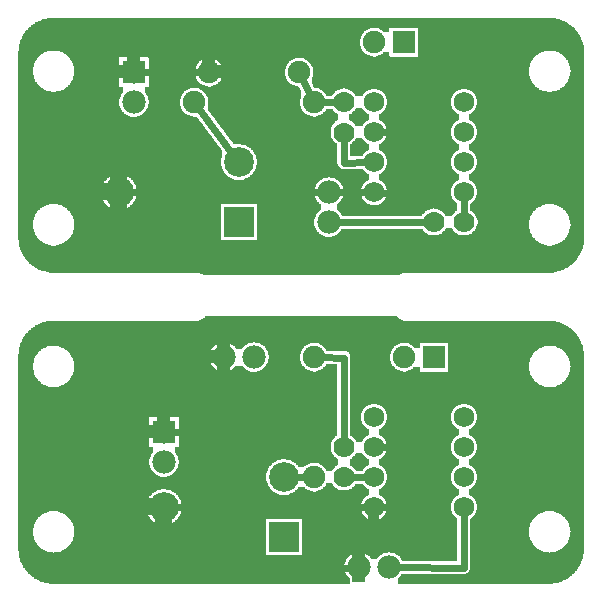
<source format=gbl>
G04 MADE WITH FRITZING*
G04 WWW.FRITZING.ORG*
G04 DOUBLE SIDED*
G04 HOLES PLATED*
G04 CONTOUR ON CENTER OF CONTOUR VECTOR*
%ASAXBY*%
%FSLAX23Y23*%
%MOIN*%
%OFA0B0*%
%SFA1.0B1.0*%
%ADD10C,0.075000*%
%ADD11C,0.078000*%
%ADD12C,0.068000*%
%ADD13C,0.099000*%
%ADD14C,0.070000*%
%ADD15R,0.078000X0.078000*%
%ADD16R,0.099000X0.099000*%
%ADD17R,0.075000X0.075000*%
%ADD18C,0.024000*%
%LNCOPPER0*%
G90*
G70*
G54D10*
X229Y1847D03*
X288Y798D03*
G54D11*
X827Y797D03*
X727Y797D03*
X1076Y1247D03*
X1076Y1347D03*
G54D12*
X1226Y1647D03*
X1226Y1547D03*
X1226Y1447D03*
X1226Y1347D03*
X1526Y1347D03*
X1526Y1447D03*
X1526Y1547D03*
X1526Y1647D03*
G54D11*
X1177Y97D03*
X1277Y97D03*
X426Y1747D03*
X426Y1647D03*
G54D13*
X776Y1447D03*
X776Y1247D03*
X376Y1347D03*
G54D14*
X1126Y1546D03*
X1126Y1647D03*
G54D10*
X1026Y1647D03*
X626Y1647D03*
X1326Y1847D03*
X1226Y1847D03*
G54D14*
X1426Y1247D03*
X1526Y1247D03*
G54D10*
X676Y1747D03*
X976Y1747D03*
G54D12*
X1227Y597D03*
X1227Y497D03*
X1227Y397D03*
X1227Y297D03*
X1527Y297D03*
X1527Y397D03*
X1527Y497D03*
X1527Y597D03*
G54D10*
X1427Y797D03*
X1327Y797D03*
G54D11*
X527Y547D03*
X527Y447D03*
G54D13*
X927Y397D03*
X927Y197D03*
X527Y297D03*
G54D10*
X1027Y797D03*
X1027Y397D03*
G54D14*
X1127Y397D03*
X1127Y497D03*
G54D15*
X426Y1747D03*
G54D16*
X776Y1247D03*
G54D17*
X1326Y1847D03*
X1427Y797D03*
G54D15*
X527Y547D03*
G54D16*
X927Y197D03*
G54D18*
X677Y297D02*
X677Y546D01*
D02*
X677Y546D02*
X557Y547D01*
D02*
X558Y297D02*
X677Y297D01*
D02*
X527Y1747D02*
X457Y1747D01*
D02*
X527Y1346D02*
X527Y1747D01*
D02*
X1046Y1347D02*
X527Y1346D01*
D02*
X527Y1747D02*
X527Y1346D01*
D02*
X527Y1346D02*
X408Y1347D01*
D02*
X457Y1747D02*
X527Y1747D01*
D02*
X1077Y96D02*
X1147Y96D01*
D02*
X1076Y297D02*
X1077Y96D01*
D02*
X1200Y297D02*
X1076Y297D01*
D02*
X1526Y96D02*
X1307Y97D01*
D02*
X1527Y270D02*
X1526Y96D01*
D02*
X1400Y1247D02*
X1107Y1247D01*
D02*
X1199Y1347D02*
X1107Y1347D01*
D02*
X1200Y397D02*
X1153Y397D01*
D02*
X1127Y796D02*
X1127Y523D01*
D02*
X1055Y797D02*
X1127Y796D01*
D02*
X958Y397D02*
X998Y397D01*
D02*
X1327Y1346D02*
X1254Y1346D01*
D02*
X1254Y1547D02*
X1327Y1547D01*
D02*
X1327Y1547D02*
X1327Y1346D01*
D02*
X1126Y1446D02*
X1126Y1520D01*
D02*
X1199Y1447D02*
X1126Y1446D01*
D02*
X1055Y1647D02*
X1100Y1647D01*
D02*
X758Y1472D02*
X644Y1624D01*
D02*
X1327Y296D02*
X1254Y297D01*
D02*
X648Y1747D02*
X457Y1747D01*
D02*
X1327Y497D02*
X1327Y296D01*
D02*
X1014Y1672D02*
X989Y1721D01*
D02*
X1254Y497D02*
X1327Y497D01*
D02*
X1526Y1320D02*
X1526Y1273D01*
G36*
X1168Y1629D02*
X1168Y1627D01*
X1166Y1627D01*
X1166Y1625D01*
X1164Y1625D01*
X1164Y1621D01*
X1162Y1621D01*
X1162Y1619D01*
X1160Y1619D01*
X1160Y1617D01*
X1158Y1617D01*
X1158Y1615D01*
X1156Y1615D01*
X1156Y1613D01*
X1154Y1613D01*
X1154Y1611D01*
X1152Y1611D01*
X1152Y1609D01*
X1148Y1609D01*
X1148Y1607D01*
X1144Y1607D01*
X1144Y1587D01*
X1148Y1587D01*
X1148Y1585D01*
X1152Y1585D01*
X1152Y1583D01*
X1154Y1583D01*
X1154Y1581D01*
X1156Y1581D01*
X1156Y1579D01*
X1158Y1579D01*
X1158Y1577D01*
X1160Y1577D01*
X1160Y1575D01*
X1162Y1575D01*
X1162Y1573D01*
X1164Y1573D01*
X1164Y1569D01*
X1166Y1569D01*
X1166Y1567D01*
X1188Y1567D01*
X1188Y1569D01*
X1190Y1569D01*
X1190Y1573D01*
X1192Y1573D01*
X1192Y1575D01*
X1194Y1575D01*
X1194Y1577D01*
X1196Y1577D01*
X1196Y1579D01*
X1198Y1579D01*
X1198Y1581D01*
X1200Y1581D01*
X1200Y1583D01*
X1202Y1583D01*
X1202Y1585D01*
X1206Y1585D01*
X1206Y1587D01*
X1210Y1587D01*
X1210Y1607D01*
X1206Y1607D01*
X1206Y1609D01*
X1204Y1609D01*
X1204Y1611D01*
X1200Y1611D01*
X1200Y1613D01*
X1198Y1613D01*
X1198Y1615D01*
X1196Y1615D01*
X1196Y1617D01*
X1194Y1617D01*
X1194Y1619D01*
X1192Y1619D01*
X1192Y1621D01*
X1190Y1621D01*
X1190Y1625D01*
X1188Y1625D01*
X1188Y1629D01*
X1168Y1629D01*
G37*
D02*
G36*
X1168Y1529D02*
X1168Y1527D01*
X1166Y1527D01*
X1166Y1525D01*
X1164Y1525D01*
X1164Y1521D01*
X1162Y1521D01*
X1162Y1519D01*
X1160Y1519D01*
X1160Y1517D01*
X1158Y1517D01*
X1158Y1515D01*
X1156Y1515D01*
X1156Y1513D01*
X1154Y1513D01*
X1154Y1511D01*
X1152Y1511D01*
X1152Y1509D01*
X1148Y1509D01*
X1148Y1469D01*
X1190Y1469D01*
X1190Y1473D01*
X1192Y1473D01*
X1192Y1475D01*
X1194Y1475D01*
X1194Y1477D01*
X1196Y1477D01*
X1196Y1479D01*
X1198Y1479D01*
X1198Y1481D01*
X1200Y1481D01*
X1200Y1483D01*
X1202Y1483D01*
X1202Y1485D01*
X1206Y1485D01*
X1206Y1487D01*
X1210Y1487D01*
X1210Y1507D01*
X1206Y1507D01*
X1206Y1509D01*
X1204Y1509D01*
X1204Y1511D01*
X1200Y1511D01*
X1200Y1513D01*
X1198Y1513D01*
X1198Y1515D01*
X1196Y1515D01*
X1196Y1517D01*
X1194Y1517D01*
X1194Y1519D01*
X1192Y1519D01*
X1192Y1521D01*
X1190Y1521D01*
X1190Y1525D01*
X1188Y1525D01*
X1188Y1529D01*
X1168Y1529D01*
G37*
D02*
G36*
X152Y1929D02*
X152Y1927D01*
X136Y1927D01*
X136Y1925D01*
X128Y1925D01*
X128Y1923D01*
X120Y1923D01*
X120Y1921D01*
X116Y1921D01*
X116Y1919D01*
X110Y1919D01*
X110Y1917D01*
X106Y1917D01*
X106Y1915D01*
X102Y1915D01*
X102Y1913D01*
X98Y1913D01*
X98Y1911D01*
X96Y1911D01*
X96Y1909D01*
X92Y1909D01*
X92Y1907D01*
X90Y1907D01*
X90Y1905D01*
X86Y1905D01*
X86Y1903D01*
X84Y1903D01*
X84Y1901D01*
X82Y1901D01*
X82Y1899D01*
X80Y1899D01*
X80Y1897D01*
X78Y1897D01*
X78Y1895D01*
X1374Y1895D01*
X1374Y1819D01*
X1826Y1819D01*
X1826Y1817D01*
X1834Y1817D01*
X1834Y1815D01*
X1838Y1815D01*
X1838Y1813D01*
X1842Y1813D01*
X1842Y1811D01*
X1846Y1811D01*
X1846Y1809D01*
X1850Y1809D01*
X1850Y1807D01*
X1852Y1807D01*
X1852Y1805D01*
X1856Y1805D01*
X1856Y1803D01*
X1858Y1803D01*
X1858Y1801D01*
X1860Y1801D01*
X1860Y1799D01*
X1862Y1799D01*
X1862Y1797D01*
X1864Y1797D01*
X1864Y1795D01*
X1866Y1795D01*
X1866Y1793D01*
X1868Y1793D01*
X1868Y1789D01*
X1870Y1789D01*
X1870Y1787D01*
X1872Y1787D01*
X1872Y1783D01*
X1874Y1783D01*
X1874Y1779D01*
X1876Y1779D01*
X1876Y1773D01*
X1878Y1773D01*
X1878Y1767D01*
X1880Y1767D01*
X1880Y1753D01*
X1882Y1753D01*
X1882Y1747D01*
X1880Y1747D01*
X1880Y1735D01*
X1878Y1735D01*
X1878Y1727D01*
X1876Y1727D01*
X1876Y1723D01*
X1874Y1723D01*
X1874Y1719D01*
X1872Y1719D01*
X1872Y1715D01*
X1870Y1715D01*
X1870Y1711D01*
X1868Y1711D01*
X1868Y1709D01*
X1866Y1709D01*
X1866Y1707D01*
X1864Y1707D01*
X1864Y1703D01*
X1862Y1703D01*
X1862Y1701D01*
X1860Y1701D01*
X1860Y1699D01*
X1858Y1699D01*
X1858Y1697D01*
X1854Y1697D01*
X1854Y1695D01*
X1852Y1695D01*
X1852Y1693D01*
X1848Y1693D01*
X1848Y1691D01*
X1846Y1691D01*
X1846Y1689D01*
X1842Y1689D01*
X1842Y1687D01*
X1836Y1687D01*
X1836Y1685D01*
X1830Y1685D01*
X1830Y1683D01*
X1820Y1683D01*
X1820Y1681D01*
X1928Y1681D01*
X1928Y1825D01*
X1926Y1825D01*
X1926Y1837D01*
X1924Y1837D01*
X1924Y1843D01*
X1922Y1843D01*
X1922Y1849D01*
X1920Y1849D01*
X1920Y1855D01*
X1918Y1855D01*
X1918Y1859D01*
X1916Y1859D01*
X1916Y1863D01*
X1914Y1863D01*
X1914Y1867D01*
X1912Y1867D01*
X1912Y1871D01*
X1910Y1871D01*
X1910Y1875D01*
X1908Y1875D01*
X1908Y1877D01*
X1906Y1877D01*
X1906Y1881D01*
X1904Y1881D01*
X1904Y1883D01*
X1902Y1883D01*
X1902Y1885D01*
X1900Y1885D01*
X1900Y1887D01*
X1898Y1887D01*
X1898Y1889D01*
X1896Y1889D01*
X1896Y1893D01*
X1894Y1893D01*
X1894Y1895D01*
X1892Y1895D01*
X1892Y1897D01*
X1888Y1897D01*
X1888Y1899D01*
X1886Y1899D01*
X1886Y1901D01*
X1884Y1901D01*
X1884Y1903D01*
X1882Y1903D01*
X1882Y1905D01*
X1878Y1905D01*
X1878Y1907D01*
X1876Y1907D01*
X1876Y1909D01*
X1874Y1909D01*
X1874Y1911D01*
X1870Y1911D01*
X1870Y1913D01*
X1866Y1913D01*
X1866Y1915D01*
X1862Y1915D01*
X1862Y1917D01*
X1858Y1917D01*
X1858Y1919D01*
X1854Y1919D01*
X1854Y1921D01*
X1848Y1921D01*
X1848Y1923D01*
X1842Y1923D01*
X1842Y1925D01*
X1834Y1925D01*
X1834Y1927D01*
X1818Y1927D01*
X1818Y1929D01*
X152Y1929D01*
G37*
D02*
G36*
X76Y1895D02*
X76Y1893D01*
X74Y1893D01*
X74Y1891D01*
X72Y1891D01*
X72Y1889D01*
X70Y1889D01*
X70Y1887D01*
X68Y1887D01*
X68Y1885D01*
X66Y1885D01*
X66Y1883D01*
X64Y1883D01*
X64Y1879D01*
X62Y1879D01*
X62Y1877D01*
X60Y1877D01*
X60Y1873D01*
X58Y1873D01*
X58Y1871D01*
X56Y1871D01*
X56Y1867D01*
X54Y1867D01*
X54Y1863D01*
X52Y1863D01*
X52Y1859D01*
X50Y1859D01*
X50Y1853D01*
X48Y1853D01*
X48Y1849D01*
X46Y1849D01*
X46Y1841D01*
X44Y1841D01*
X44Y1833D01*
X42Y1833D01*
X42Y1819D01*
X172Y1819D01*
X172Y1817D01*
X180Y1817D01*
X180Y1815D01*
X184Y1815D01*
X184Y1813D01*
X190Y1813D01*
X190Y1811D01*
X192Y1811D01*
X192Y1809D01*
X196Y1809D01*
X196Y1807D01*
X200Y1807D01*
X200Y1805D01*
X202Y1805D01*
X202Y1803D01*
X204Y1803D01*
X204Y1801D01*
X206Y1801D01*
X206Y1799D01*
X1222Y1799D01*
X1222Y1801D01*
X1212Y1801D01*
X1212Y1803D01*
X1206Y1803D01*
X1206Y1805D01*
X1204Y1805D01*
X1204Y1807D01*
X1200Y1807D01*
X1200Y1809D01*
X1198Y1809D01*
X1198Y1811D01*
X1194Y1811D01*
X1194Y1813D01*
X1192Y1813D01*
X1192Y1815D01*
X1190Y1815D01*
X1190Y1819D01*
X1188Y1819D01*
X1188Y1821D01*
X1186Y1821D01*
X1186Y1825D01*
X1184Y1825D01*
X1184Y1829D01*
X1182Y1829D01*
X1182Y1835D01*
X1180Y1835D01*
X1180Y1859D01*
X1182Y1859D01*
X1182Y1867D01*
X1184Y1867D01*
X1184Y1869D01*
X1186Y1869D01*
X1186Y1873D01*
X1188Y1873D01*
X1188Y1875D01*
X1190Y1875D01*
X1190Y1879D01*
X1192Y1879D01*
X1192Y1881D01*
X1194Y1881D01*
X1194Y1883D01*
X1196Y1883D01*
X1196Y1885D01*
X1200Y1885D01*
X1200Y1887D01*
X1202Y1887D01*
X1202Y1889D01*
X1206Y1889D01*
X1206Y1891D01*
X1212Y1891D01*
X1212Y1893D01*
X1220Y1893D01*
X1220Y1895D01*
X76Y1895D01*
G37*
D02*
G36*
X1234Y1895D02*
X1234Y1893D01*
X1242Y1893D01*
X1242Y1891D01*
X1246Y1891D01*
X1246Y1889D01*
X1250Y1889D01*
X1250Y1887D01*
X1254Y1887D01*
X1254Y1885D01*
X1256Y1885D01*
X1256Y1883D01*
X1258Y1883D01*
X1258Y1881D01*
X1278Y1881D01*
X1278Y1893D01*
X1280Y1893D01*
X1280Y1895D01*
X1234Y1895D01*
G37*
D02*
G36*
X42Y1819D02*
X42Y1817D01*
X40Y1817D01*
X40Y1681D01*
X150Y1681D01*
X150Y1683D01*
X140Y1683D01*
X140Y1685D01*
X134Y1685D01*
X134Y1687D01*
X130Y1687D01*
X130Y1689D01*
X126Y1689D01*
X126Y1691D01*
X122Y1691D01*
X122Y1693D01*
X118Y1693D01*
X118Y1695D01*
X116Y1695D01*
X116Y1697D01*
X114Y1697D01*
X114Y1699D01*
X112Y1699D01*
X112Y1701D01*
X110Y1701D01*
X110Y1703D01*
X108Y1703D01*
X108Y1705D01*
X106Y1705D01*
X106Y1707D01*
X104Y1707D01*
X104Y1709D01*
X102Y1709D01*
X102Y1713D01*
X100Y1713D01*
X100Y1715D01*
X98Y1715D01*
X98Y1719D01*
X96Y1719D01*
X96Y1723D01*
X94Y1723D01*
X94Y1729D01*
X92Y1729D01*
X92Y1737D01*
X90Y1737D01*
X90Y1765D01*
X92Y1765D01*
X92Y1771D01*
X94Y1771D01*
X94Y1777D01*
X96Y1777D01*
X96Y1781D01*
X98Y1781D01*
X98Y1785D01*
X100Y1785D01*
X100Y1789D01*
X102Y1789D01*
X102Y1791D01*
X104Y1791D01*
X104Y1793D01*
X106Y1793D01*
X106Y1797D01*
X108Y1797D01*
X108Y1799D01*
X110Y1799D01*
X110Y1801D01*
X112Y1801D01*
X112Y1803D01*
X116Y1803D01*
X116Y1805D01*
X118Y1805D01*
X118Y1807D01*
X120Y1807D01*
X120Y1809D01*
X124Y1809D01*
X124Y1811D01*
X128Y1811D01*
X128Y1813D01*
X132Y1813D01*
X132Y1815D01*
X138Y1815D01*
X138Y1817D01*
X146Y1817D01*
X146Y1819D01*
X42Y1819D01*
G37*
D02*
G36*
X1374Y1819D02*
X1374Y1799D01*
X1764Y1799D01*
X1764Y1801D01*
X1766Y1801D01*
X1766Y1803D01*
X1768Y1803D01*
X1768Y1805D01*
X1772Y1805D01*
X1772Y1807D01*
X1774Y1807D01*
X1774Y1809D01*
X1778Y1809D01*
X1778Y1811D01*
X1782Y1811D01*
X1782Y1813D01*
X1786Y1813D01*
X1786Y1815D01*
X1792Y1815D01*
X1792Y1817D01*
X1798Y1817D01*
X1798Y1819D01*
X1374Y1819D01*
G37*
D02*
G36*
X1258Y1813D02*
X1258Y1811D01*
X1256Y1811D01*
X1256Y1809D01*
X1254Y1809D01*
X1254Y1807D01*
X1250Y1807D01*
X1250Y1805D01*
X1246Y1805D01*
X1246Y1803D01*
X1240Y1803D01*
X1240Y1801D01*
X1232Y1801D01*
X1232Y1799D01*
X1280Y1799D01*
X1280Y1801D01*
X1278Y1801D01*
X1278Y1813D01*
X1258Y1813D01*
G37*
D02*
G36*
X208Y1799D02*
X208Y1797D01*
X1762Y1797D01*
X1762Y1799D01*
X208Y1799D01*
G37*
D02*
G36*
X208Y1799D02*
X208Y1797D01*
X1762Y1797D01*
X1762Y1799D01*
X208Y1799D01*
G37*
D02*
G36*
X208Y1799D02*
X208Y1797D01*
X1762Y1797D01*
X1762Y1799D01*
X208Y1799D01*
G37*
D02*
G36*
X210Y1797D02*
X210Y1795D01*
X212Y1795D01*
X212Y1793D01*
X214Y1793D01*
X214Y1789D01*
X216Y1789D01*
X216Y1787D01*
X218Y1787D01*
X218Y1783D01*
X220Y1783D01*
X220Y1779D01*
X222Y1779D01*
X222Y1775D01*
X224Y1775D01*
X224Y1769D01*
X226Y1769D01*
X226Y1759D01*
X228Y1759D01*
X228Y1743D01*
X226Y1743D01*
X226Y1733D01*
X224Y1733D01*
X224Y1727D01*
X222Y1727D01*
X222Y1721D01*
X220Y1721D01*
X220Y1717D01*
X218Y1717D01*
X218Y1713D01*
X216Y1713D01*
X216Y1711D01*
X214Y1711D01*
X214Y1709D01*
X212Y1709D01*
X212Y1705D01*
X210Y1705D01*
X210Y1703D01*
X208Y1703D01*
X208Y1701D01*
X206Y1701D01*
X206Y1699D01*
X204Y1699D01*
X204Y1697D01*
X200Y1697D01*
X200Y1695D01*
X198Y1695D01*
X198Y1693D01*
X196Y1693D01*
X196Y1691D01*
X192Y1691D01*
X192Y1689D01*
X188Y1689D01*
X188Y1687D01*
X182Y1687D01*
X182Y1685D01*
X176Y1685D01*
X176Y1683D01*
X168Y1683D01*
X168Y1681D01*
X390Y1681D01*
X390Y1699D01*
X378Y1699D01*
X378Y1797D01*
X210Y1797D01*
G37*
D02*
G36*
X474Y1797D02*
X474Y1795D01*
X984Y1795D01*
X984Y1793D01*
X992Y1793D01*
X992Y1791D01*
X996Y1791D01*
X996Y1789D01*
X1000Y1789D01*
X1000Y1787D01*
X1004Y1787D01*
X1004Y1785D01*
X1006Y1785D01*
X1006Y1783D01*
X1008Y1783D01*
X1008Y1781D01*
X1010Y1781D01*
X1010Y1779D01*
X1012Y1779D01*
X1012Y1777D01*
X1014Y1777D01*
X1014Y1775D01*
X1016Y1775D01*
X1016Y1771D01*
X1018Y1771D01*
X1018Y1767D01*
X1020Y1767D01*
X1020Y1763D01*
X1022Y1763D01*
X1022Y1757D01*
X1024Y1757D01*
X1024Y1739D01*
X1022Y1739D01*
X1022Y1731D01*
X1020Y1731D01*
X1020Y1707D01*
X1022Y1707D01*
X1022Y1703D01*
X1024Y1703D01*
X1024Y1699D01*
X1026Y1699D01*
X1026Y1695D01*
X1034Y1695D01*
X1034Y1693D01*
X1130Y1693D01*
X1130Y1691D01*
X1536Y1691D01*
X1536Y1689D01*
X1542Y1689D01*
X1542Y1687D01*
X1546Y1687D01*
X1546Y1685D01*
X1550Y1685D01*
X1550Y1683D01*
X1552Y1683D01*
X1552Y1681D01*
X1804Y1681D01*
X1804Y1683D01*
X1794Y1683D01*
X1794Y1685D01*
X1788Y1685D01*
X1788Y1687D01*
X1782Y1687D01*
X1782Y1689D01*
X1778Y1689D01*
X1778Y1691D01*
X1776Y1691D01*
X1776Y1693D01*
X1772Y1693D01*
X1772Y1695D01*
X1770Y1695D01*
X1770Y1697D01*
X1768Y1697D01*
X1768Y1699D01*
X1764Y1699D01*
X1764Y1701D01*
X1762Y1701D01*
X1762Y1705D01*
X1760Y1705D01*
X1760Y1707D01*
X1758Y1707D01*
X1758Y1709D01*
X1756Y1709D01*
X1756Y1711D01*
X1754Y1711D01*
X1754Y1715D01*
X1752Y1715D01*
X1752Y1719D01*
X1750Y1719D01*
X1750Y1723D01*
X1748Y1723D01*
X1748Y1727D01*
X1746Y1727D01*
X1746Y1735D01*
X1744Y1735D01*
X1744Y1765D01*
X1746Y1765D01*
X1746Y1773D01*
X1748Y1773D01*
X1748Y1777D01*
X1750Y1777D01*
X1750Y1783D01*
X1752Y1783D01*
X1752Y1785D01*
X1754Y1785D01*
X1754Y1789D01*
X1756Y1789D01*
X1756Y1791D01*
X1758Y1791D01*
X1758Y1795D01*
X1760Y1795D01*
X1760Y1797D01*
X474Y1797D01*
G37*
D02*
G36*
X476Y1795D02*
X476Y1699D01*
X672Y1699D01*
X672Y1701D01*
X662Y1701D01*
X662Y1703D01*
X656Y1703D01*
X656Y1705D01*
X654Y1705D01*
X654Y1707D01*
X650Y1707D01*
X650Y1709D01*
X648Y1709D01*
X648Y1711D01*
X644Y1711D01*
X644Y1713D01*
X642Y1713D01*
X642Y1715D01*
X640Y1715D01*
X640Y1719D01*
X638Y1719D01*
X638Y1721D01*
X636Y1721D01*
X636Y1725D01*
X634Y1725D01*
X634Y1729D01*
X632Y1729D01*
X632Y1735D01*
X630Y1735D01*
X630Y1759D01*
X632Y1759D01*
X632Y1767D01*
X634Y1767D01*
X634Y1769D01*
X636Y1769D01*
X636Y1773D01*
X638Y1773D01*
X638Y1775D01*
X640Y1775D01*
X640Y1779D01*
X642Y1779D01*
X642Y1781D01*
X644Y1781D01*
X644Y1783D01*
X646Y1783D01*
X646Y1785D01*
X650Y1785D01*
X650Y1787D01*
X652Y1787D01*
X652Y1789D01*
X656Y1789D01*
X656Y1791D01*
X662Y1791D01*
X662Y1793D01*
X670Y1793D01*
X670Y1795D01*
X476Y1795D01*
G37*
D02*
G36*
X684Y1795D02*
X684Y1793D01*
X692Y1793D01*
X692Y1791D01*
X696Y1791D01*
X696Y1789D01*
X700Y1789D01*
X700Y1787D01*
X704Y1787D01*
X704Y1785D01*
X706Y1785D01*
X706Y1783D01*
X708Y1783D01*
X708Y1781D01*
X710Y1781D01*
X710Y1779D01*
X712Y1779D01*
X712Y1777D01*
X714Y1777D01*
X714Y1775D01*
X716Y1775D01*
X716Y1771D01*
X718Y1771D01*
X718Y1767D01*
X720Y1767D01*
X720Y1763D01*
X722Y1763D01*
X722Y1757D01*
X724Y1757D01*
X724Y1739D01*
X722Y1739D01*
X722Y1731D01*
X720Y1731D01*
X720Y1727D01*
X718Y1727D01*
X718Y1723D01*
X716Y1723D01*
X716Y1719D01*
X714Y1719D01*
X714Y1717D01*
X712Y1717D01*
X712Y1715D01*
X710Y1715D01*
X710Y1713D01*
X708Y1713D01*
X708Y1711D01*
X706Y1711D01*
X706Y1709D01*
X704Y1709D01*
X704Y1707D01*
X700Y1707D01*
X700Y1705D01*
X696Y1705D01*
X696Y1703D01*
X690Y1703D01*
X690Y1701D01*
X682Y1701D01*
X682Y1699D01*
X972Y1699D01*
X972Y1701D01*
X962Y1701D01*
X962Y1703D01*
X956Y1703D01*
X956Y1705D01*
X954Y1705D01*
X954Y1707D01*
X950Y1707D01*
X950Y1709D01*
X948Y1709D01*
X948Y1711D01*
X944Y1711D01*
X944Y1713D01*
X942Y1713D01*
X942Y1715D01*
X940Y1715D01*
X940Y1719D01*
X938Y1719D01*
X938Y1721D01*
X936Y1721D01*
X936Y1725D01*
X934Y1725D01*
X934Y1729D01*
X932Y1729D01*
X932Y1735D01*
X930Y1735D01*
X930Y1759D01*
X932Y1759D01*
X932Y1767D01*
X934Y1767D01*
X934Y1769D01*
X936Y1769D01*
X936Y1773D01*
X938Y1773D01*
X938Y1775D01*
X940Y1775D01*
X940Y1779D01*
X942Y1779D01*
X942Y1781D01*
X944Y1781D01*
X944Y1783D01*
X946Y1783D01*
X946Y1785D01*
X950Y1785D01*
X950Y1787D01*
X952Y1787D01*
X952Y1789D01*
X956Y1789D01*
X956Y1791D01*
X962Y1791D01*
X962Y1793D01*
X970Y1793D01*
X970Y1795D01*
X684Y1795D01*
G37*
D02*
G36*
X462Y1699D02*
X462Y1697D01*
X976Y1697D01*
X976Y1699D01*
X462Y1699D01*
G37*
D02*
G36*
X462Y1699D02*
X462Y1697D01*
X976Y1697D01*
X976Y1699D01*
X462Y1699D01*
G37*
D02*
G36*
X462Y1697D02*
X462Y1695D01*
X634Y1695D01*
X634Y1693D01*
X642Y1693D01*
X642Y1691D01*
X646Y1691D01*
X646Y1689D01*
X650Y1689D01*
X650Y1687D01*
X654Y1687D01*
X654Y1685D01*
X656Y1685D01*
X656Y1683D01*
X658Y1683D01*
X658Y1681D01*
X660Y1681D01*
X660Y1679D01*
X662Y1679D01*
X662Y1677D01*
X664Y1677D01*
X664Y1675D01*
X666Y1675D01*
X666Y1671D01*
X668Y1671D01*
X668Y1667D01*
X670Y1667D01*
X670Y1663D01*
X672Y1663D01*
X672Y1657D01*
X674Y1657D01*
X674Y1619D01*
X676Y1619D01*
X676Y1617D01*
X678Y1617D01*
X678Y1613D01*
X680Y1613D01*
X680Y1611D01*
X682Y1611D01*
X682Y1609D01*
X684Y1609D01*
X684Y1605D01*
X686Y1605D01*
X686Y1603D01*
X688Y1603D01*
X688Y1601D01*
X690Y1601D01*
X690Y1599D01*
X1022Y1599D01*
X1022Y1601D01*
X1012Y1601D01*
X1012Y1603D01*
X1006Y1603D01*
X1006Y1605D01*
X1004Y1605D01*
X1004Y1607D01*
X1000Y1607D01*
X1000Y1609D01*
X998Y1609D01*
X998Y1611D01*
X994Y1611D01*
X994Y1613D01*
X992Y1613D01*
X992Y1615D01*
X990Y1615D01*
X990Y1619D01*
X988Y1619D01*
X988Y1621D01*
X986Y1621D01*
X986Y1625D01*
X984Y1625D01*
X984Y1629D01*
X982Y1629D01*
X982Y1635D01*
X980Y1635D01*
X980Y1659D01*
X982Y1659D01*
X982Y1689D01*
X980Y1689D01*
X980Y1693D01*
X978Y1693D01*
X978Y1697D01*
X462Y1697D01*
G37*
D02*
G36*
X462Y1695D02*
X462Y1679D01*
X464Y1679D01*
X464Y1677D01*
X466Y1677D01*
X466Y1675D01*
X468Y1675D01*
X468Y1671D01*
X470Y1671D01*
X470Y1667D01*
X472Y1667D01*
X472Y1661D01*
X474Y1661D01*
X474Y1653D01*
X476Y1653D01*
X476Y1641D01*
X474Y1641D01*
X474Y1633D01*
X472Y1633D01*
X472Y1627D01*
X470Y1627D01*
X470Y1623D01*
X468Y1623D01*
X468Y1619D01*
X466Y1619D01*
X466Y1617D01*
X464Y1617D01*
X464Y1615D01*
X462Y1615D01*
X462Y1613D01*
X460Y1613D01*
X460Y1611D01*
X458Y1611D01*
X458Y1609D01*
X456Y1609D01*
X456Y1607D01*
X452Y1607D01*
X452Y1605D01*
X450Y1605D01*
X450Y1603D01*
X446Y1603D01*
X446Y1601D01*
X438Y1601D01*
X438Y1599D01*
X622Y1599D01*
X622Y1601D01*
X612Y1601D01*
X612Y1603D01*
X606Y1603D01*
X606Y1605D01*
X604Y1605D01*
X604Y1607D01*
X600Y1607D01*
X600Y1609D01*
X598Y1609D01*
X598Y1611D01*
X594Y1611D01*
X594Y1613D01*
X592Y1613D01*
X592Y1615D01*
X590Y1615D01*
X590Y1619D01*
X588Y1619D01*
X588Y1621D01*
X586Y1621D01*
X586Y1625D01*
X584Y1625D01*
X584Y1629D01*
X582Y1629D01*
X582Y1635D01*
X580Y1635D01*
X580Y1659D01*
X582Y1659D01*
X582Y1667D01*
X584Y1667D01*
X584Y1669D01*
X586Y1669D01*
X586Y1673D01*
X588Y1673D01*
X588Y1675D01*
X590Y1675D01*
X590Y1679D01*
X592Y1679D01*
X592Y1681D01*
X594Y1681D01*
X594Y1683D01*
X596Y1683D01*
X596Y1685D01*
X600Y1685D01*
X600Y1687D01*
X602Y1687D01*
X602Y1689D01*
X606Y1689D01*
X606Y1691D01*
X612Y1691D01*
X612Y1693D01*
X620Y1693D01*
X620Y1695D01*
X462Y1695D01*
G37*
D02*
G36*
X1042Y1693D02*
X1042Y1691D01*
X1046Y1691D01*
X1046Y1689D01*
X1050Y1689D01*
X1050Y1687D01*
X1054Y1687D01*
X1054Y1685D01*
X1056Y1685D01*
X1056Y1683D01*
X1058Y1683D01*
X1058Y1681D01*
X1060Y1681D01*
X1060Y1679D01*
X1062Y1679D01*
X1062Y1677D01*
X1064Y1677D01*
X1064Y1675D01*
X1066Y1675D01*
X1066Y1671D01*
X1068Y1671D01*
X1068Y1669D01*
X1088Y1669D01*
X1088Y1671D01*
X1090Y1671D01*
X1090Y1675D01*
X1092Y1675D01*
X1092Y1677D01*
X1094Y1677D01*
X1094Y1679D01*
X1096Y1679D01*
X1096Y1681D01*
X1098Y1681D01*
X1098Y1683D01*
X1100Y1683D01*
X1100Y1685D01*
X1104Y1685D01*
X1104Y1687D01*
X1108Y1687D01*
X1108Y1689D01*
X1114Y1689D01*
X1114Y1691D01*
X1124Y1691D01*
X1124Y1693D01*
X1042Y1693D01*
G37*
D02*
G36*
X1140Y1691D02*
X1140Y1689D01*
X1146Y1689D01*
X1146Y1687D01*
X1148Y1687D01*
X1148Y1685D01*
X1152Y1685D01*
X1152Y1683D01*
X1154Y1683D01*
X1154Y1681D01*
X1158Y1681D01*
X1158Y1679D01*
X1160Y1679D01*
X1160Y1675D01*
X1162Y1675D01*
X1162Y1673D01*
X1164Y1673D01*
X1164Y1669D01*
X1166Y1669D01*
X1166Y1667D01*
X1188Y1667D01*
X1188Y1669D01*
X1190Y1669D01*
X1190Y1673D01*
X1192Y1673D01*
X1192Y1675D01*
X1194Y1675D01*
X1194Y1677D01*
X1196Y1677D01*
X1196Y1679D01*
X1198Y1679D01*
X1198Y1681D01*
X1200Y1681D01*
X1200Y1683D01*
X1202Y1683D01*
X1202Y1685D01*
X1206Y1685D01*
X1206Y1687D01*
X1210Y1687D01*
X1210Y1689D01*
X1218Y1689D01*
X1218Y1691D01*
X1140Y1691D01*
G37*
D02*
G36*
X1236Y1691D02*
X1236Y1689D01*
X1242Y1689D01*
X1242Y1687D01*
X1246Y1687D01*
X1246Y1685D01*
X1250Y1685D01*
X1250Y1683D01*
X1252Y1683D01*
X1252Y1681D01*
X1256Y1681D01*
X1256Y1679D01*
X1258Y1679D01*
X1258Y1677D01*
X1260Y1677D01*
X1260Y1675D01*
X1262Y1675D01*
X1262Y1671D01*
X1264Y1671D01*
X1264Y1667D01*
X1266Y1667D01*
X1266Y1665D01*
X1268Y1665D01*
X1268Y1657D01*
X1270Y1657D01*
X1270Y1637D01*
X1268Y1637D01*
X1268Y1631D01*
X1266Y1631D01*
X1266Y1627D01*
X1264Y1627D01*
X1264Y1623D01*
X1262Y1623D01*
X1262Y1621D01*
X1260Y1621D01*
X1260Y1617D01*
X1258Y1617D01*
X1258Y1615D01*
X1256Y1615D01*
X1256Y1613D01*
X1252Y1613D01*
X1252Y1611D01*
X1250Y1611D01*
X1250Y1609D01*
X1246Y1609D01*
X1246Y1607D01*
X1242Y1607D01*
X1242Y1587D01*
X1246Y1587D01*
X1246Y1585D01*
X1250Y1585D01*
X1250Y1583D01*
X1252Y1583D01*
X1252Y1581D01*
X1256Y1581D01*
X1256Y1579D01*
X1258Y1579D01*
X1258Y1577D01*
X1260Y1577D01*
X1260Y1575D01*
X1262Y1575D01*
X1262Y1571D01*
X1264Y1571D01*
X1264Y1567D01*
X1266Y1567D01*
X1266Y1565D01*
X1268Y1565D01*
X1268Y1557D01*
X1270Y1557D01*
X1270Y1537D01*
X1268Y1537D01*
X1268Y1531D01*
X1266Y1531D01*
X1266Y1527D01*
X1264Y1527D01*
X1264Y1523D01*
X1262Y1523D01*
X1262Y1521D01*
X1260Y1521D01*
X1260Y1517D01*
X1258Y1517D01*
X1258Y1515D01*
X1256Y1515D01*
X1256Y1513D01*
X1252Y1513D01*
X1252Y1511D01*
X1250Y1511D01*
X1250Y1509D01*
X1246Y1509D01*
X1246Y1507D01*
X1242Y1507D01*
X1242Y1487D01*
X1246Y1487D01*
X1246Y1485D01*
X1250Y1485D01*
X1250Y1483D01*
X1252Y1483D01*
X1252Y1481D01*
X1256Y1481D01*
X1256Y1479D01*
X1258Y1479D01*
X1258Y1477D01*
X1260Y1477D01*
X1260Y1475D01*
X1262Y1475D01*
X1262Y1471D01*
X1264Y1471D01*
X1264Y1467D01*
X1266Y1467D01*
X1266Y1465D01*
X1268Y1465D01*
X1268Y1457D01*
X1270Y1457D01*
X1270Y1437D01*
X1268Y1437D01*
X1268Y1431D01*
X1266Y1431D01*
X1266Y1427D01*
X1264Y1427D01*
X1264Y1423D01*
X1262Y1423D01*
X1262Y1421D01*
X1260Y1421D01*
X1260Y1417D01*
X1258Y1417D01*
X1258Y1415D01*
X1256Y1415D01*
X1256Y1413D01*
X1252Y1413D01*
X1252Y1411D01*
X1250Y1411D01*
X1250Y1409D01*
X1246Y1409D01*
X1246Y1407D01*
X1242Y1407D01*
X1242Y1387D01*
X1246Y1387D01*
X1246Y1385D01*
X1250Y1385D01*
X1250Y1383D01*
X1252Y1383D01*
X1252Y1381D01*
X1256Y1381D01*
X1256Y1379D01*
X1258Y1379D01*
X1258Y1377D01*
X1260Y1377D01*
X1260Y1375D01*
X1262Y1375D01*
X1262Y1371D01*
X1264Y1371D01*
X1264Y1367D01*
X1266Y1367D01*
X1266Y1365D01*
X1268Y1365D01*
X1268Y1357D01*
X1270Y1357D01*
X1270Y1337D01*
X1268Y1337D01*
X1268Y1331D01*
X1266Y1331D01*
X1266Y1327D01*
X1264Y1327D01*
X1264Y1323D01*
X1262Y1323D01*
X1262Y1321D01*
X1260Y1321D01*
X1260Y1317D01*
X1258Y1317D01*
X1258Y1315D01*
X1256Y1315D01*
X1256Y1313D01*
X1252Y1313D01*
X1252Y1311D01*
X1250Y1311D01*
X1250Y1309D01*
X1246Y1309D01*
X1246Y1307D01*
X1242Y1307D01*
X1242Y1305D01*
X1234Y1305D01*
X1234Y1303D01*
X1504Y1303D01*
X1504Y1311D01*
X1500Y1311D01*
X1500Y1313D01*
X1498Y1313D01*
X1498Y1315D01*
X1496Y1315D01*
X1496Y1317D01*
X1494Y1317D01*
X1494Y1319D01*
X1492Y1319D01*
X1492Y1321D01*
X1490Y1321D01*
X1490Y1325D01*
X1488Y1325D01*
X1488Y1329D01*
X1486Y1329D01*
X1486Y1333D01*
X1484Y1333D01*
X1484Y1341D01*
X1482Y1341D01*
X1482Y1353D01*
X1484Y1353D01*
X1484Y1361D01*
X1486Y1361D01*
X1486Y1367D01*
X1488Y1367D01*
X1488Y1369D01*
X1490Y1369D01*
X1490Y1373D01*
X1492Y1373D01*
X1492Y1375D01*
X1494Y1375D01*
X1494Y1377D01*
X1496Y1377D01*
X1496Y1379D01*
X1498Y1379D01*
X1498Y1381D01*
X1500Y1381D01*
X1500Y1383D01*
X1502Y1383D01*
X1502Y1385D01*
X1506Y1385D01*
X1506Y1387D01*
X1510Y1387D01*
X1510Y1407D01*
X1506Y1407D01*
X1506Y1409D01*
X1504Y1409D01*
X1504Y1411D01*
X1500Y1411D01*
X1500Y1413D01*
X1498Y1413D01*
X1498Y1415D01*
X1496Y1415D01*
X1496Y1417D01*
X1494Y1417D01*
X1494Y1419D01*
X1492Y1419D01*
X1492Y1421D01*
X1490Y1421D01*
X1490Y1425D01*
X1488Y1425D01*
X1488Y1429D01*
X1486Y1429D01*
X1486Y1433D01*
X1484Y1433D01*
X1484Y1441D01*
X1482Y1441D01*
X1482Y1453D01*
X1484Y1453D01*
X1484Y1461D01*
X1486Y1461D01*
X1486Y1467D01*
X1488Y1467D01*
X1488Y1469D01*
X1490Y1469D01*
X1490Y1473D01*
X1492Y1473D01*
X1492Y1475D01*
X1494Y1475D01*
X1494Y1477D01*
X1496Y1477D01*
X1496Y1479D01*
X1498Y1479D01*
X1498Y1481D01*
X1500Y1481D01*
X1500Y1483D01*
X1502Y1483D01*
X1502Y1485D01*
X1506Y1485D01*
X1506Y1487D01*
X1510Y1487D01*
X1510Y1507D01*
X1506Y1507D01*
X1506Y1509D01*
X1504Y1509D01*
X1504Y1511D01*
X1500Y1511D01*
X1500Y1513D01*
X1498Y1513D01*
X1498Y1515D01*
X1496Y1515D01*
X1496Y1517D01*
X1494Y1517D01*
X1494Y1519D01*
X1492Y1519D01*
X1492Y1521D01*
X1490Y1521D01*
X1490Y1525D01*
X1488Y1525D01*
X1488Y1529D01*
X1486Y1529D01*
X1486Y1533D01*
X1484Y1533D01*
X1484Y1541D01*
X1482Y1541D01*
X1482Y1553D01*
X1484Y1553D01*
X1484Y1561D01*
X1486Y1561D01*
X1486Y1567D01*
X1488Y1567D01*
X1488Y1569D01*
X1490Y1569D01*
X1490Y1573D01*
X1492Y1573D01*
X1492Y1575D01*
X1494Y1575D01*
X1494Y1577D01*
X1496Y1577D01*
X1496Y1579D01*
X1498Y1579D01*
X1498Y1581D01*
X1500Y1581D01*
X1500Y1583D01*
X1502Y1583D01*
X1502Y1585D01*
X1506Y1585D01*
X1506Y1587D01*
X1510Y1587D01*
X1510Y1607D01*
X1506Y1607D01*
X1506Y1609D01*
X1504Y1609D01*
X1504Y1611D01*
X1500Y1611D01*
X1500Y1613D01*
X1498Y1613D01*
X1498Y1615D01*
X1496Y1615D01*
X1496Y1617D01*
X1494Y1617D01*
X1494Y1619D01*
X1492Y1619D01*
X1492Y1621D01*
X1490Y1621D01*
X1490Y1625D01*
X1488Y1625D01*
X1488Y1629D01*
X1486Y1629D01*
X1486Y1633D01*
X1484Y1633D01*
X1484Y1641D01*
X1482Y1641D01*
X1482Y1653D01*
X1484Y1653D01*
X1484Y1661D01*
X1486Y1661D01*
X1486Y1667D01*
X1488Y1667D01*
X1488Y1669D01*
X1490Y1669D01*
X1490Y1673D01*
X1492Y1673D01*
X1492Y1675D01*
X1494Y1675D01*
X1494Y1677D01*
X1496Y1677D01*
X1496Y1679D01*
X1498Y1679D01*
X1498Y1681D01*
X1500Y1681D01*
X1500Y1683D01*
X1502Y1683D01*
X1502Y1685D01*
X1506Y1685D01*
X1506Y1687D01*
X1510Y1687D01*
X1510Y1689D01*
X1518Y1689D01*
X1518Y1691D01*
X1236Y1691D01*
G37*
D02*
G36*
X40Y1681D02*
X40Y1679D01*
X390Y1679D01*
X390Y1681D01*
X40Y1681D01*
G37*
D02*
G36*
X40Y1681D02*
X40Y1679D01*
X390Y1679D01*
X390Y1681D01*
X40Y1681D01*
G37*
D02*
G36*
X1556Y1681D02*
X1556Y1679D01*
X1928Y1679D01*
X1928Y1681D01*
X1556Y1681D01*
G37*
D02*
G36*
X1556Y1681D02*
X1556Y1679D01*
X1928Y1679D01*
X1928Y1681D01*
X1556Y1681D01*
G37*
D02*
G36*
X40Y1679D02*
X40Y1599D01*
X414Y1599D01*
X414Y1601D01*
X408Y1601D01*
X408Y1603D01*
X404Y1603D01*
X404Y1605D01*
X400Y1605D01*
X400Y1607D01*
X398Y1607D01*
X398Y1609D01*
X394Y1609D01*
X394Y1611D01*
X392Y1611D01*
X392Y1613D01*
X390Y1613D01*
X390Y1615D01*
X388Y1615D01*
X388Y1619D01*
X386Y1619D01*
X386Y1621D01*
X384Y1621D01*
X384Y1625D01*
X382Y1625D01*
X382Y1629D01*
X380Y1629D01*
X380Y1635D01*
X378Y1635D01*
X378Y1659D01*
X380Y1659D01*
X380Y1665D01*
X382Y1665D01*
X382Y1669D01*
X384Y1669D01*
X384Y1673D01*
X386Y1673D01*
X386Y1675D01*
X388Y1675D01*
X388Y1679D01*
X40Y1679D01*
G37*
D02*
G36*
X1558Y1679D02*
X1558Y1677D01*
X1560Y1677D01*
X1560Y1675D01*
X1562Y1675D01*
X1562Y1671D01*
X1564Y1671D01*
X1564Y1667D01*
X1566Y1667D01*
X1566Y1665D01*
X1568Y1665D01*
X1568Y1657D01*
X1570Y1657D01*
X1570Y1637D01*
X1568Y1637D01*
X1568Y1631D01*
X1566Y1631D01*
X1566Y1627D01*
X1564Y1627D01*
X1564Y1623D01*
X1562Y1623D01*
X1562Y1621D01*
X1560Y1621D01*
X1560Y1617D01*
X1558Y1617D01*
X1558Y1615D01*
X1556Y1615D01*
X1556Y1613D01*
X1552Y1613D01*
X1552Y1611D01*
X1550Y1611D01*
X1550Y1609D01*
X1546Y1609D01*
X1546Y1607D01*
X1542Y1607D01*
X1542Y1587D01*
X1546Y1587D01*
X1546Y1585D01*
X1550Y1585D01*
X1550Y1583D01*
X1552Y1583D01*
X1552Y1581D01*
X1556Y1581D01*
X1556Y1579D01*
X1558Y1579D01*
X1558Y1577D01*
X1560Y1577D01*
X1560Y1575D01*
X1562Y1575D01*
X1562Y1571D01*
X1564Y1571D01*
X1564Y1567D01*
X1566Y1567D01*
X1566Y1565D01*
X1568Y1565D01*
X1568Y1557D01*
X1570Y1557D01*
X1570Y1537D01*
X1568Y1537D01*
X1568Y1531D01*
X1566Y1531D01*
X1566Y1527D01*
X1564Y1527D01*
X1564Y1523D01*
X1562Y1523D01*
X1562Y1521D01*
X1560Y1521D01*
X1560Y1517D01*
X1558Y1517D01*
X1558Y1515D01*
X1556Y1515D01*
X1556Y1513D01*
X1552Y1513D01*
X1552Y1511D01*
X1550Y1511D01*
X1550Y1509D01*
X1546Y1509D01*
X1546Y1507D01*
X1542Y1507D01*
X1542Y1487D01*
X1546Y1487D01*
X1546Y1485D01*
X1550Y1485D01*
X1550Y1483D01*
X1552Y1483D01*
X1552Y1481D01*
X1556Y1481D01*
X1556Y1479D01*
X1558Y1479D01*
X1558Y1477D01*
X1560Y1477D01*
X1560Y1475D01*
X1562Y1475D01*
X1562Y1471D01*
X1564Y1471D01*
X1564Y1467D01*
X1566Y1467D01*
X1566Y1465D01*
X1568Y1465D01*
X1568Y1457D01*
X1570Y1457D01*
X1570Y1437D01*
X1568Y1437D01*
X1568Y1431D01*
X1566Y1431D01*
X1566Y1427D01*
X1564Y1427D01*
X1564Y1423D01*
X1562Y1423D01*
X1562Y1421D01*
X1560Y1421D01*
X1560Y1417D01*
X1558Y1417D01*
X1558Y1415D01*
X1556Y1415D01*
X1556Y1413D01*
X1552Y1413D01*
X1552Y1411D01*
X1550Y1411D01*
X1550Y1409D01*
X1546Y1409D01*
X1546Y1407D01*
X1542Y1407D01*
X1542Y1387D01*
X1546Y1387D01*
X1546Y1385D01*
X1550Y1385D01*
X1550Y1383D01*
X1552Y1383D01*
X1552Y1381D01*
X1556Y1381D01*
X1556Y1379D01*
X1558Y1379D01*
X1558Y1377D01*
X1560Y1377D01*
X1560Y1375D01*
X1562Y1375D01*
X1562Y1371D01*
X1564Y1371D01*
X1564Y1367D01*
X1566Y1367D01*
X1566Y1365D01*
X1568Y1365D01*
X1568Y1357D01*
X1570Y1357D01*
X1570Y1337D01*
X1568Y1337D01*
X1568Y1331D01*
X1566Y1331D01*
X1566Y1327D01*
X1564Y1327D01*
X1564Y1323D01*
X1562Y1323D01*
X1562Y1321D01*
X1560Y1321D01*
X1560Y1317D01*
X1558Y1317D01*
X1558Y1315D01*
X1556Y1315D01*
X1556Y1313D01*
X1552Y1313D01*
X1552Y1311D01*
X1550Y1311D01*
X1550Y1309D01*
X1548Y1309D01*
X1548Y1307D01*
X1826Y1307D01*
X1826Y1305D01*
X1834Y1305D01*
X1834Y1303D01*
X1838Y1303D01*
X1838Y1301D01*
X1844Y1301D01*
X1844Y1299D01*
X1846Y1299D01*
X1846Y1297D01*
X1850Y1297D01*
X1850Y1295D01*
X1854Y1295D01*
X1854Y1293D01*
X1856Y1293D01*
X1856Y1291D01*
X1858Y1291D01*
X1858Y1289D01*
X1860Y1289D01*
X1860Y1287D01*
X1862Y1287D01*
X1862Y1285D01*
X1864Y1285D01*
X1864Y1283D01*
X1866Y1283D01*
X1866Y1281D01*
X1868Y1281D01*
X1868Y1277D01*
X1870Y1277D01*
X1870Y1275D01*
X1872Y1275D01*
X1872Y1271D01*
X1874Y1271D01*
X1874Y1267D01*
X1876Y1267D01*
X1876Y1261D01*
X1878Y1261D01*
X1878Y1255D01*
X1880Y1255D01*
X1880Y1241D01*
X1882Y1241D01*
X1882Y1235D01*
X1880Y1235D01*
X1880Y1223D01*
X1878Y1223D01*
X1878Y1215D01*
X1876Y1215D01*
X1876Y1211D01*
X1874Y1211D01*
X1874Y1207D01*
X1872Y1207D01*
X1872Y1203D01*
X1870Y1203D01*
X1870Y1199D01*
X1868Y1199D01*
X1868Y1197D01*
X1866Y1197D01*
X1866Y1195D01*
X1864Y1195D01*
X1864Y1193D01*
X1862Y1193D01*
X1862Y1189D01*
X1860Y1189D01*
X1860Y1187D01*
X1856Y1187D01*
X1856Y1185D01*
X1854Y1185D01*
X1854Y1183D01*
X1852Y1183D01*
X1852Y1181D01*
X1848Y1181D01*
X1848Y1179D01*
X1844Y1179D01*
X1844Y1177D01*
X1840Y1177D01*
X1840Y1175D01*
X1836Y1175D01*
X1836Y1173D01*
X1830Y1173D01*
X1830Y1171D01*
X1820Y1171D01*
X1820Y1169D01*
X1924Y1169D01*
X1924Y1171D01*
X1926Y1171D01*
X1926Y1183D01*
X1928Y1183D01*
X1928Y1679D01*
X1558Y1679D01*
G37*
D02*
G36*
X1068Y1625D02*
X1068Y1623D01*
X1066Y1623D01*
X1066Y1619D01*
X1064Y1619D01*
X1064Y1617D01*
X1062Y1617D01*
X1062Y1615D01*
X1060Y1615D01*
X1060Y1613D01*
X1058Y1613D01*
X1058Y1611D01*
X1056Y1611D01*
X1056Y1609D01*
X1054Y1609D01*
X1054Y1607D01*
X1050Y1607D01*
X1050Y1605D01*
X1046Y1605D01*
X1046Y1603D01*
X1040Y1603D01*
X1040Y1601D01*
X1032Y1601D01*
X1032Y1599D01*
X1108Y1599D01*
X1108Y1607D01*
X1104Y1607D01*
X1104Y1609D01*
X1102Y1609D01*
X1102Y1611D01*
X1098Y1611D01*
X1098Y1613D01*
X1096Y1613D01*
X1096Y1615D01*
X1094Y1615D01*
X1094Y1617D01*
X1092Y1617D01*
X1092Y1619D01*
X1090Y1619D01*
X1090Y1623D01*
X1088Y1623D01*
X1088Y1625D01*
X1068Y1625D01*
G37*
D02*
G36*
X40Y1599D02*
X40Y1597D01*
X636Y1597D01*
X636Y1599D01*
X40Y1599D01*
G37*
D02*
G36*
X40Y1599D02*
X40Y1597D01*
X636Y1597D01*
X636Y1599D01*
X40Y1599D01*
G37*
D02*
G36*
X690Y1599D02*
X690Y1597D01*
X1108Y1597D01*
X1108Y1599D01*
X690Y1599D01*
G37*
D02*
G36*
X690Y1599D02*
X690Y1597D01*
X1108Y1597D01*
X1108Y1599D01*
X690Y1599D01*
G37*
D02*
G36*
X40Y1597D02*
X40Y1407D01*
X384Y1407D01*
X384Y1405D01*
X394Y1405D01*
X394Y1403D01*
X400Y1403D01*
X400Y1401D01*
X404Y1401D01*
X404Y1399D01*
X408Y1399D01*
X408Y1397D01*
X410Y1397D01*
X410Y1395D01*
X412Y1395D01*
X412Y1393D01*
X416Y1393D01*
X416Y1391D01*
X418Y1391D01*
X418Y1389D01*
X420Y1389D01*
X420Y1387D01*
X770Y1387D01*
X770Y1389D01*
X760Y1389D01*
X760Y1391D01*
X754Y1391D01*
X754Y1393D01*
X750Y1393D01*
X750Y1395D01*
X746Y1395D01*
X746Y1397D01*
X744Y1397D01*
X744Y1399D01*
X740Y1399D01*
X740Y1401D01*
X738Y1401D01*
X738Y1403D01*
X736Y1403D01*
X736Y1405D01*
X734Y1405D01*
X734Y1407D01*
X732Y1407D01*
X732Y1409D01*
X730Y1409D01*
X730Y1411D01*
X728Y1411D01*
X728Y1415D01*
X726Y1415D01*
X726Y1417D01*
X724Y1417D01*
X724Y1421D01*
X722Y1421D01*
X722Y1425D01*
X720Y1425D01*
X720Y1433D01*
X718Y1433D01*
X718Y1461D01*
X720Y1461D01*
X720Y1487D01*
X718Y1487D01*
X718Y1489D01*
X716Y1489D01*
X716Y1493D01*
X714Y1493D01*
X714Y1495D01*
X712Y1495D01*
X712Y1497D01*
X710Y1497D01*
X710Y1501D01*
X708Y1501D01*
X708Y1503D01*
X706Y1503D01*
X706Y1505D01*
X704Y1505D01*
X704Y1509D01*
X702Y1509D01*
X702Y1511D01*
X700Y1511D01*
X700Y1513D01*
X698Y1513D01*
X698Y1517D01*
X696Y1517D01*
X696Y1519D01*
X694Y1519D01*
X694Y1521D01*
X692Y1521D01*
X692Y1525D01*
X690Y1525D01*
X690Y1527D01*
X688Y1527D01*
X688Y1529D01*
X686Y1529D01*
X686Y1533D01*
X684Y1533D01*
X684Y1535D01*
X682Y1535D01*
X682Y1537D01*
X680Y1537D01*
X680Y1541D01*
X678Y1541D01*
X678Y1543D01*
X676Y1543D01*
X676Y1545D01*
X674Y1545D01*
X674Y1549D01*
X672Y1549D01*
X672Y1551D01*
X670Y1551D01*
X670Y1553D01*
X668Y1553D01*
X668Y1557D01*
X666Y1557D01*
X666Y1559D01*
X664Y1559D01*
X664Y1561D01*
X662Y1561D01*
X662Y1565D01*
X660Y1565D01*
X660Y1567D01*
X658Y1567D01*
X658Y1569D01*
X656Y1569D01*
X656Y1573D01*
X654Y1573D01*
X654Y1575D01*
X652Y1575D01*
X652Y1577D01*
X650Y1577D01*
X650Y1581D01*
X648Y1581D01*
X648Y1583D01*
X646Y1583D01*
X646Y1585D01*
X644Y1585D01*
X644Y1589D01*
X642Y1589D01*
X642Y1591D01*
X640Y1591D01*
X640Y1593D01*
X638Y1593D01*
X638Y1597D01*
X40Y1597D01*
G37*
D02*
G36*
X692Y1597D02*
X692Y1595D01*
X694Y1595D01*
X694Y1593D01*
X696Y1593D01*
X696Y1589D01*
X698Y1589D01*
X698Y1587D01*
X700Y1587D01*
X700Y1585D01*
X702Y1585D01*
X702Y1581D01*
X704Y1581D01*
X704Y1579D01*
X706Y1579D01*
X706Y1577D01*
X708Y1577D01*
X708Y1573D01*
X710Y1573D01*
X710Y1571D01*
X712Y1571D01*
X712Y1569D01*
X714Y1569D01*
X714Y1565D01*
X716Y1565D01*
X716Y1563D01*
X718Y1563D01*
X718Y1561D01*
X720Y1561D01*
X720Y1557D01*
X722Y1557D01*
X722Y1555D01*
X724Y1555D01*
X724Y1553D01*
X726Y1553D01*
X726Y1549D01*
X728Y1549D01*
X728Y1547D01*
X730Y1547D01*
X730Y1545D01*
X732Y1545D01*
X732Y1541D01*
X734Y1541D01*
X734Y1539D01*
X736Y1539D01*
X736Y1537D01*
X738Y1537D01*
X738Y1533D01*
X740Y1533D01*
X740Y1531D01*
X742Y1531D01*
X742Y1529D01*
X744Y1529D01*
X744Y1525D01*
X746Y1525D01*
X746Y1523D01*
X748Y1523D01*
X748Y1521D01*
X750Y1521D01*
X750Y1517D01*
X752Y1517D01*
X752Y1515D01*
X754Y1515D01*
X754Y1513D01*
X756Y1513D01*
X756Y1509D01*
X758Y1509D01*
X758Y1507D01*
X784Y1507D01*
X784Y1505D01*
X794Y1505D01*
X794Y1503D01*
X800Y1503D01*
X800Y1501D01*
X804Y1501D01*
X804Y1499D01*
X808Y1499D01*
X808Y1497D01*
X810Y1497D01*
X810Y1495D01*
X812Y1495D01*
X812Y1493D01*
X816Y1493D01*
X816Y1491D01*
X818Y1491D01*
X818Y1489D01*
X820Y1489D01*
X820Y1487D01*
X822Y1487D01*
X822Y1483D01*
X824Y1483D01*
X824Y1481D01*
X826Y1481D01*
X826Y1479D01*
X828Y1479D01*
X828Y1475D01*
X830Y1475D01*
X830Y1471D01*
X832Y1471D01*
X832Y1465D01*
X834Y1465D01*
X834Y1457D01*
X836Y1457D01*
X836Y1437D01*
X834Y1437D01*
X834Y1429D01*
X832Y1429D01*
X832Y1423D01*
X830Y1423D01*
X830Y1419D01*
X828Y1419D01*
X828Y1417D01*
X826Y1417D01*
X826Y1413D01*
X824Y1413D01*
X824Y1411D01*
X822Y1411D01*
X822Y1409D01*
X820Y1409D01*
X820Y1405D01*
X818Y1405D01*
X818Y1403D01*
X814Y1403D01*
X814Y1401D01*
X812Y1401D01*
X812Y1399D01*
X810Y1399D01*
X810Y1397D01*
X1080Y1397D01*
X1080Y1395D01*
X1090Y1395D01*
X1090Y1393D01*
X1096Y1393D01*
X1096Y1391D01*
X1100Y1391D01*
X1100Y1389D01*
X1104Y1389D01*
X1104Y1387D01*
X1106Y1387D01*
X1106Y1385D01*
X1108Y1385D01*
X1108Y1383D01*
X1110Y1383D01*
X1110Y1381D01*
X1112Y1381D01*
X1112Y1379D01*
X1114Y1379D01*
X1114Y1377D01*
X1116Y1377D01*
X1116Y1375D01*
X1118Y1375D01*
X1118Y1371D01*
X1120Y1371D01*
X1120Y1367D01*
X1122Y1367D01*
X1122Y1361D01*
X1124Y1361D01*
X1124Y1353D01*
X1126Y1353D01*
X1126Y1341D01*
X1124Y1341D01*
X1124Y1333D01*
X1122Y1333D01*
X1122Y1327D01*
X1120Y1327D01*
X1120Y1323D01*
X1118Y1323D01*
X1118Y1319D01*
X1116Y1319D01*
X1116Y1317D01*
X1114Y1317D01*
X1114Y1315D01*
X1112Y1315D01*
X1112Y1313D01*
X1110Y1313D01*
X1110Y1311D01*
X1108Y1311D01*
X1108Y1309D01*
X1106Y1309D01*
X1106Y1307D01*
X1104Y1307D01*
X1104Y1303D01*
X1218Y1303D01*
X1218Y1305D01*
X1212Y1305D01*
X1212Y1307D01*
X1206Y1307D01*
X1206Y1309D01*
X1204Y1309D01*
X1204Y1311D01*
X1200Y1311D01*
X1200Y1313D01*
X1198Y1313D01*
X1198Y1315D01*
X1196Y1315D01*
X1196Y1317D01*
X1194Y1317D01*
X1194Y1319D01*
X1192Y1319D01*
X1192Y1321D01*
X1190Y1321D01*
X1190Y1325D01*
X1188Y1325D01*
X1188Y1329D01*
X1186Y1329D01*
X1186Y1333D01*
X1184Y1333D01*
X1184Y1341D01*
X1182Y1341D01*
X1182Y1353D01*
X1184Y1353D01*
X1184Y1361D01*
X1186Y1361D01*
X1186Y1367D01*
X1188Y1367D01*
X1188Y1369D01*
X1190Y1369D01*
X1190Y1373D01*
X1192Y1373D01*
X1192Y1375D01*
X1194Y1375D01*
X1194Y1377D01*
X1196Y1377D01*
X1196Y1379D01*
X1198Y1379D01*
X1198Y1381D01*
X1200Y1381D01*
X1200Y1383D01*
X1202Y1383D01*
X1202Y1385D01*
X1206Y1385D01*
X1206Y1387D01*
X1210Y1387D01*
X1210Y1407D01*
X1206Y1407D01*
X1206Y1409D01*
X1204Y1409D01*
X1204Y1411D01*
X1200Y1411D01*
X1200Y1413D01*
X1198Y1413D01*
X1198Y1415D01*
X1196Y1415D01*
X1196Y1417D01*
X1194Y1417D01*
X1194Y1419D01*
X1192Y1419D01*
X1192Y1421D01*
X1190Y1421D01*
X1190Y1425D01*
X1118Y1425D01*
X1118Y1427D01*
X1114Y1427D01*
X1114Y1429D01*
X1112Y1429D01*
X1112Y1431D01*
X1110Y1431D01*
X1110Y1433D01*
X1108Y1433D01*
X1108Y1437D01*
X1106Y1437D01*
X1106Y1441D01*
X1104Y1441D01*
X1104Y1509D01*
X1102Y1509D01*
X1102Y1511D01*
X1098Y1511D01*
X1098Y1513D01*
X1096Y1513D01*
X1096Y1515D01*
X1094Y1515D01*
X1094Y1517D01*
X1092Y1517D01*
X1092Y1519D01*
X1090Y1519D01*
X1090Y1523D01*
X1088Y1523D01*
X1088Y1525D01*
X1086Y1525D01*
X1086Y1529D01*
X1084Y1529D01*
X1084Y1537D01*
X1082Y1537D01*
X1082Y1557D01*
X1084Y1557D01*
X1084Y1565D01*
X1086Y1565D01*
X1086Y1569D01*
X1088Y1569D01*
X1088Y1571D01*
X1090Y1571D01*
X1090Y1575D01*
X1092Y1575D01*
X1092Y1577D01*
X1094Y1577D01*
X1094Y1579D01*
X1096Y1579D01*
X1096Y1581D01*
X1098Y1581D01*
X1098Y1583D01*
X1102Y1583D01*
X1102Y1585D01*
X1104Y1585D01*
X1104Y1587D01*
X1108Y1587D01*
X1108Y1597D01*
X692Y1597D01*
G37*
D02*
G36*
X40Y1407D02*
X40Y1307D01*
X172Y1307D01*
X172Y1305D01*
X180Y1305D01*
X180Y1303D01*
X186Y1303D01*
X186Y1301D01*
X190Y1301D01*
X190Y1299D01*
X194Y1299D01*
X194Y1297D01*
X196Y1297D01*
X196Y1295D01*
X200Y1295D01*
X200Y1293D01*
X202Y1293D01*
X202Y1291D01*
X204Y1291D01*
X204Y1289D01*
X206Y1289D01*
X206Y1287D01*
X370Y1287D01*
X370Y1289D01*
X360Y1289D01*
X360Y1291D01*
X354Y1291D01*
X354Y1293D01*
X350Y1293D01*
X350Y1295D01*
X346Y1295D01*
X346Y1297D01*
X344Y1297D01*
X344Y1299D01*
X340Y1299D01*
X340Y1301D01*
X338Y1301D01*
X338Y1303D01*
X336Y1303D01*
X336Y1305D01*
X334Y1305D01*
X334Y1307D01*
X332Y1307D01*
X332Y1309D01*
X330Y1309D01*
X330Y1311D01*
X328Y1311D01*
X328Y1315D01*
X326Y1315D01*
X326Y1317D01*
X324Y1317D01*
X324Y1321D01*
X322Y1321D01*
X322Y1325D01*
X320Y1325D01*
X320Y1333D01*
X318Y1333D01*
X318Y1361D01*
X320Y1361D01*
X320Y1369D01*
X322Y1369D01*
X322Y1373D01*
X324Y1373D01*
X324Y1377D01*
X326Y1377D01*
X326Y1379D01*
X328Y1379D01*
X328Y1383D01*
X330Y1383D01*
X330Y1385D01*
X332Y1385D01*
X332Y1387D01*
X334Y1387D01*
X334Y1389D01*
X336Y1389D01*
X336Y1391D01*
X338Y1391D01*
X338Y1393D01*
X340Y1393D01*
X340Y1395D01*
X342Y1395D01*
X342Y1397D01*
X346Y1397D01*
X346Y1399D01*
X350Y1399D01*
X350Y1401D01*
X354Y1401D01*
X354Y1403D01*
X360Y1403D01*
X360Y1405D01*
X368Y1405D01*
X368Y1407D01*
X40Y1407D01*
G37*
D02*
G36*
X806Y1397D02*
X806Y1395D01*
X804Y1395D01*
X804Y1393D01*
X798Y1393D01*
X798Y1391D01*
X792Y1391D01*
X792Y1389D01*
X782Y1389D01*
X782Y1387D01*
X1050Y1387D01*
X1050Y1389D01*
X1054Y1389D01*
X1054Y1391D01*
X1056Y1391D01*
X1056Y1393D01*
X1064Y1393D01*
X1064Y1395D01*
X1074Y1395D01*
X1074Y1397D01*
X806Y1397D01*
G37*
D02*
G36*
X422Y1387D02*
X422Y1385D01*
X1046Y1385D01*
X1046Y1387D01*
X422Y1387D01*
G37*
D02*
G36*
X422Y1387D02*
X422Y1385D01*
X1046Y1385D01*
X1046Y1387D01*
X422Y1387D01*
G37*
D02*
G36*
X422Y1385D02*
X422Y1383D01*
X424Y1383D01*
X424Y1381D01*
X426Y1381D01*
X426Y1379D01*
X428Y1379D01*
X428Y1375D01*
X430Y1375D01*
X430Y1371D01*
X432Y1371D01*
X432Y1365D01*
X434Y1365D01*
X434Y1357D01*
X436Y1357D01*
X436Y1337D01*
X434Y1337D01*
X434Y1329D01*
X432Y1329D01*
X432Y1323D01*
X430Y1323D01*
X430Y1319D01*
X428Y1319D01*
X428Y1317D01*
X426Y1317D01*
X426Y1313D01*
X424Y1313D01*
X424Y1311D01*
X422Y1311D01*
X422Y1309D01*
X420Y1309D01*
X420Y1307D01*
X836Y1307D01*
X836Y1199D01*
X1064Y1199D01*
X1064Y1201D01*
X1058Y1201D01*
X1058Y1203D01*
X1054Y1203D01*
X1054Y1205D01*
X1050Y1205D01*
X1050Y1207D01*
X1048Y1207D01*
X1048Y1209D01*
X1044Y1209D01*
X1044Y1211D01*
X1042Y1211D01*
X1042Y1213D01*
X1040Y1213D01*
X1040Y1215D01*
X1038Y1215D01*
X1038Y1219D01*
X1036Y1219D01*
X1036Y1221D01*
X1034Y1221D01*
X1034Y1225D01*
X1032Y1225D01*
X1032Y1229D01*
X1030Y1229D01*
X1030Y1235D01*
X1028Y1235D01*
X1028Y1259D01*
X1030Y1259D01*
X1030Y1265D01*
X1032Y1265D01*
X1032Y1269D01*
X1034Y1269D01*
X1034Y1273D01*
X1036Y1273D01*
X1036Y1275D01*
X1038Y1275D01*
X1038Y1279D01*
X1040Y1279D01*
X1040Y1281D01*
X1042Y1281D01*
X1042Y1283D01*
X1044Y1283D01*
X1044Y1285D01*
X1046Y1285D01*
X1046Y1287D01*
X1050Y1287D01*
X1050Y1307D01*
X1048Y1307D01*
X1048Y1309D01*
X1044Y1309D01*
X1044Y1311D01*
X1042Y1311D01*
X1042Y1313D01*
X1040Y1313D01*
X1040Y1315D01*
X1038Y1315D01*
X1038Y1319D01*
X1036Y1319D01*
X1036Y1321D01*
X1034Y1321D01*
X1034Y1325D01*
X1032Y1325D01*
X1032Y1329D01*
X1030Y1329D01*
X1030Y1335D01*
X1028Y1335D01*
X1028Y1359D01*
X1030Y1359D01*
X1030Y1365D01*
X1032Y1365D01*
X1032Y1369D01*
X1034Y1369D01*
X1034Y1373D01*
X1036Y1373D01*
X1036Y1375D01*
X1038Y1375D01*
X1038Y1379D01*
X1040Y1379D01*
X1040Y1381D01*
X1042Y1381D01*
X1042Y1383D01*
X1044Y1383D01*
X1044Y1385D01*
X422Y1385D01*
G37*
D02*
G36*
X40Y1307D02*
X40Y1189D01*
X42Y1189D01*
X42Y1173D01*
X44Y1173D01*
X44Y1169D01*
X150Y1169D01*
X150Y1171D01*
X140Y1171D01*
X140Y1173D01*
X134Y1173D01*
X134Y1175D01*
X130Y1175D01*
X130Y1177D01*
X126Y1177D01*
X126Y1179D01*
X122Y1179D01*
X122Y1181D01*
X120Y1181D01*
X120Y1183D01*
X116Y1183D01*
X116Y1185D01*
X114Y1185D01*
X114Y1187D01*
X112Y1187D01*
X112Y1189D01*
X110Y1189D01*
X110Y1191D01*
X108Y1191D01*
X108Y1193D01*
X106Y1193D01*
X106Y1195D01*
X104Y1195D01*
X104Y1197D01*
X102Y1197D01*
X102Y1201D01*
X100Y1201D01*
X100Y1203D01*
X98Y1203D01*
X98Y1207D01*
X96Y1207D01*
X96Y1213D01*
X94Y1213D01*
X94Y1217D01*
X92Y1217D01*
X92Y1225D01*
X90Y1225D01*
X90Y1253D01*
X92Y1253D01*
X92Y1259D01*
X94Y1259D01*
X94Y1265D01*
X96Y1265D01*
X96Y1269D01*
X98Y1269D01*
X98Y1273D01*
X100Y1273D01*
X100Y1277D01*
X102Y1277D01*
X102Y1279D01*
X104Y1279D01*
X104Y1283D01*
X106Y1283D01*
X106Y1285D01*
X108Y1285D01*
X108Y1287D01*
X110Y1287D01*
X110Y1289D01*
X112Y1289D01*
X112Y1291D01*
X114Y1291D01*
X114Y1293D01*
X118Y1293D01*
X118Y1295D01*
X120Y1295D01*
X120Y1297D01*
X124Y1297D01*
X124Y1299D01*
X128Y1299D01*
X128Y1301D01*
X132Y1301D01*
X132Y1303D01*
X138Y1303D01*
X138Y1305D01*
X144Y1305D01*
X144Y1307D01*
X40Y1307D01*
G37*
D02*
G36*
X420Y1307D02*
X420Y1305D01*
X418Y1305D01*
X418Y1303D01*
X414Y1303D01*
X414Y1301D01*
X412Y1301D01*
X412Y1299D01*
X410Y1299D01*
X410Y1297D01*
X406Y1297D01*
X406Y1295D01*
X404Y1295D01*
X404Y1293D01*
X398Y1293D01*
X398Y1291D01*
X392Y1291D01*
X392Y1289D01*
X382Y1289D01*
X382Y1287D01*
X716Y1287D01*
X716Y1305D01*
X718Y1305D01*
X718Y1307D01*
X420Y1307D01*
G37*
D02*
G36*
X1548Y1307D02*
X1548Y1285D01*
X1552Y1285D01*
X1552Y1283D01*
X1554Y1283D01*
X1554Y1281D01*
X1558Y1281D01*
X1558Y1279D01*
X1560Y1279D01*
X1560Y1275D01*
X1562Y1275D01*
X1562Y1273D01*
X1564Y1273D01*
X1564Y1269D01*
X1566Y1269D01*
X1566Y1267D01*
X1568Y1267D01*
X1568Y1261D01*
X1570Y1261D01*
X1570Y1253D01*
X1572Y1253D01*
X1572Y1241D01*
X1570Y1241D01*
X1570Y1233D01*
X1568Y1233D01*
X1568Y1227D01*
X1566Y1227D01*
X1566Y1225D01*
X1564Y1225D01*
X1564Y1221D01*
X1562Y1221D01*
X1562Y1219D01*
X1560Y1219D01*
X1560Y1217D01*
X1558Y1217D01*
X1558Y1215D01*
X1556Y1215D01*
X1556Y1213D01*
X1554Y1213D01*
X1554Y1211D01*
X1552Y1211D01*
X1552Y1209D01*
X1548Y1209D01*
X1548Y1207D01*
X1544Y1207D01*
X1544Y1205D01*
X1538Y1205D01*
X1538Y1203D01*
X1752Y1203D01*
X1752Y1207D01*
X1750Y1207D01*
X1750Y1211D01*
X1748Y1211D01*
X1748Y1217D01*
X1746Y1217D01*
X1746Y1223D01*
X1744Y1223D01*
X1744Y1255D01*
X1746Y1255D01*
X1746Y1261D01*
X1748Y1261D01*
X1748Y1267D01*
X1750Y1267D01*
X1750Y1271D01*
X1752Y1271D01*
X1752Y1273D01*
X1754Y1273D01*
X1754Y1277D01*
X1756Y1277D01*
X1756Y1279D01*
X1758Y1279D01*
X1758Y1283D01*
X1760Y1283D01*
X1760Y1285D01*
X1762Y1285D01*
X1762Y1287D01*
X1764Y1287D01*
X1764Y1289D01*
X1766Y1289D01*
X1766Y1291D01*
X1768Y1291D01*
X1768Y1293D01*
X1772Y1293D01*
X1772Y1295D01*
X1774Y1295D01*
X1774Y1297D01*
X1778Y1297D01*
X1778Y1299D01*
X1782Y1299D01*
X1782Y1301D01*
X1786Y1301D01*
X1786Y1303D01*
X1790Y1303D01*
X1790Y1305D01*
X1798Y1305D01*
X1798Y1307D01*
X1548Y1307D01*
G37*
D02*
G36*
X1104Y1303D02*
X1104Y1301D01*
X1504Y1301D01*
X1504Y1303D01*
X1104Y1303D01*
G37*
D02*
G36*
X1104Y1303D02*
X1104Y1301D01*
X1504Y1301D01*
X1504Y1303D01*
X1104Y1303D01*
G37*
D02*
G36*
X1104Y1301D02*
X1104Y1293D01*
X1428Y1293D01*
X1428Y1291D01*
X1440Y1291D01*
X1440Y1289D01*
X1444Y1289D01*
X1444Y1287D01*
X1448Y1287D01*
X1448Y1285D01*
X1452Y1285D01*
X1452Y1283D01*
X1454Y1283D01*
X1454Y1281D01*
X1456Y1281D01*
X1456Y1279D01*
X1458Y1279D01*
X1458Y1277D01*
X1460Y1277D01*
X1460Y1275D01*
X1462Y1275D01*
X1462Y1273D01*
X1464Y1273D01*
X1464Y1269D01*
X1466Y1269D01*
X1466Y1267D01*
X1486Y1267D01*
X1486Y1269D01*
X1488Y1269D01*
X1488Y1271D01*
X1490Y1271D01*
X1490Y1275D01*
X1492Y1275D01*
X1492Y1277D01*
X1494Y1277D01*
X1494Y1279D01*
X1496Y1279D01*
X1496Y1281D01*
X1498Y1281D01*
X1498Y1283D01*
X1500Y1283D01*
X1500Y1285D01*
X1504Y1285D01*
X1504Y1301D01*
X1104Y1301D01*
G37*
D02*
G36*
X1104Y1293D02*
X1104Y1287D01*
X1106Y1287D01*
X1106Y1285D01*
X1108Y1285D01*
X1108Y1283D01*
X1110Y1283D01*
X1110Y1281D01*
X1112Y1281D01*
X1112Y1279D01*
X1114Y1279D01*
X1114Y1277D01*
X1116Y1277D01*
X1116Y1275D01*
X1118Y1275D01*
X1118Y1271D01*
X1120Y1271D01*
X1120Y1269D01*
X1388Y1269D01*
X1388Y1273D01*
X1390Y1273D01*
X1390Y1275D01*
X1392Y1275D01*
X1392Y1277D01*
X1394Y1277D01*
X1394Y1279D01*
X1396Y1279D01*
X1396Y1281D01*
X1398Y1281D01*
X1398Y1283D01*
X1400Y1283D01*
X1400Y1285D01*
X1404Y1285D01*
X1404Y1287D01*
X1408Y1287D01*
X1408Y1289D01*
X1414Y1289D01*
X1414Y1291D01*
X1424Y1291D01*
X1424Y1293D01*
X1104Y1293D01*
G37*
D02*
G36*
X208Y1287D02*
X208Y1285D01*
X716Y1285D01*
X716Y1287D01*
X208Y1287D01*
G37*
D02*
G36*
X208Y1287D02*
X208Y1285D01*
X716Y1285D01*
X716Y1287D01*
X208Y1287D01*
G37*
D02*
G36*
X210Y1285D02*
X210Y1283D01*
X212Y1283D01*
X212Y1281D01*
X214Y1281D01*
X214Y1279D01*
X216Y1279D01*
X216Y1275D01*
X218Y1275D01*
X218Y1271D01*
X220Y1271D01*
X220Y1267D01*
X222Y1267D01*
X222Y1263D01*
X224Y1263D01*
X224Y1257D01*
X226Y1257D01*
X226Y1247D01*
X228Y1247D01*
X228Y1231D01*
X226Y1231D01*
X226Y1221D01*
X224Y1221D01*
X224Y1215D01*
X222Y1215D01*
X222Y1209D01*
X220Y1209D01*
X220Y1205D01*
X218Y1205D01*
X218Y1203D01*
X216Y1203D01*
X216Y1199D01*
X214Y1199D01*
X214Y1197D01*
X212Y1197D01*
X212Y1193D01*
X210Y1193D01*
X210Y1191D01*
X208Y1191D01*
X208Y1189D01*
X206Y1189D01*
X206Y1187D01*
X718Y1187D01*
X718Y1189D01*
X716Y1189D01*
X716Y1285D01*
X210Y1285D01*
G37*
D02*
G36*
X1466Y1229D02*
X1466Y1225D01*
X1464Y1225D01*
X1464Y1221D01*
X1462Y1221D01*
X1462Y1219D01*
X1460Y1219D01*
X1460Y1217D01*
X1458Y1217D01*
X1458Y1215D01*
X1456Y1215D01*
X1456Y1213D01*
X1454Y1213D01*
X1454Y1211D01*
X1452Y1211D01*
X1452Y1209D01*
X1448Y1209D01*
X1448Y1207D01*
X1444Y1207D01*
X1444Y1205D01*
X1438Y1205D01*
X1438Y1203D01*
X1514Y1203D01*
X1514Y1205D01*
X1508Y1205D01*
X1508Y1207D01*
X1504Y1207D01*
X1504Y1209D01*
X1502Y1209D01*
X1502Y1211D01*
X1498Y1211D01*
X1498Y1213D01*
X1496Y1213D01*
X1496Y1215D01*
X1494Y1215D01*
X1494Y1217D01*
X1492Y1217D01*
X1492Y1219D01*
X1490Y1219D01*
X1490Y1223D01*
X1488Y1223D01*
X1488Y1227D01*
X1486Y1227D01*
X1486Y1229D01*
X1466Y1229D01*
G37*
D02*
G36*
X1120Y1225D02*
X1120Y1223D01*
X1118Y1223D01*
X1118Y1219D01*
X1116Y1219D01*
X1116Y1217D01*
X1114Y1217D01*
X1114Y1215D01*
X1112Y1215D01*
X1112Y1213D01*
X1110Y1213D01*
X1110Y1211D01*
X1108Y1211D01*
X1108Y1209D01*
X1106Y1209D01*
X1106Y1207D01*
X1102Y1207D01*
X1102Y1205D01*
X1100Y1205D01*
X1100Y1203D01*
X1414Y1203D01*
X1414Y1205D01*
X1408Y1205D01*
X1408Y1207D01*
X1404Y1207D01*
X1404Y1209D01*
X1402Y1209D01*
X1402Y1211D01*
X1398Y1211D01*
X1398Y1213D01*
X1396Y1213D01*
X1396Y1215D01*
X1394Y1215D01*
X1394Y1217D01*
X1392Y1217D01*
X1392Y1219D01*
X1390Y1219D01*
X1390Y1223D01*
X1388Y1223D01*
X1388Y1225D01*
X1120Y1225D01*
G37*
D02*
G36*
X1096Y1203D02*
X1096Y1201D01*
X1754Y1201D01*
X1754Y1203D01*
X1096Y1203D01*
G37*
D02*
G36*
X1096Y1203D02*
X1096Y1201D01*
X1754Y1201D01*
X1754Y1203D01*
X1096Y1203D01*
G37*
D02*
G36*
X1096Y1203D02*
X1096Y1201D01*
X1754Y1201D01*
X1754Y1203D01*
X1096Y1203D01*
G37*
D02*
G36*
X1088Y1201D02*
X1088Y1199D01*
X1754Y1199D01*
X1754Y1201D01*
X1088Y1201D01*
G37*
D02*
G36*
X836Y1199D02*
X836Y1197D01*
X1756Y1197D01*
X1756Y1199D01*
X836Y1199D01*
G37*
D02*
G36*
X836Y1199D02*
X836Y1197D01*
X1756Y1197D01*
X1756Y1199D01*
X836Y1199D01*
G37*
D02*
G36*
X836Y1197D02*
X836Y1187D01*
X1766Y1187D01*
X1766Y1189D01*
X1764Y1189D01*
X1764Y1191D01*
X1762Y1191D01*
X1762Y1193D01*
X1760Y1193D01*
X1760Y1195D01*
X1758Y1195D01*
X1758Y1197D01*
X836Y1197D01*
G37*
D02*
G36*
X204Y1187D02*
X204Y1185D01*
X1768Y1185D01*
X1768Y1187D01*
X204Y1187D01*
G37*
D02*
G36*
X204Y1187D02*
X204Y1185D01*
X1768Y1185D01*
X1768Y1187D01*
X204Y1187D01*
G37*
D02*
G36*
X200Y1185D02*
X200Y1183D01*
X198Y1183D01*
X198Y1181D01*
X194Y1181D01*
X194Y1179D01*
X192Y1179D01*
X192Y1177D01*
X188Y1177D01*
X188Y1175D01*
X182Y1175D01*
X182Y1173D01*
X176Y1173D01*
X176Y1171D01*
X166Y1171D01*
X166Y1169D01*
X1804Y1169D01*
X1804Y1171D01*
X1794Y1171D01*
X1794Y1173D01*
X1788Y1173D01*
X1788Y1175D01*
X1784Y1175D01*
X1784Y1177D01*
X1780Y1177D01*
X1780Y1179D01*
X1776Y1179D01*
X1776Y1181D01*
X1772Y1181D01*
X1772Y1183D01*
X1770Y1183D01*
X1770Y1185D01*
X200Y1185D01*
G37*
D02*
G36*
X44Y1169D02*
X44Y1167D01*
X1924Y1167D01*
X1924Y1169D01*
X44Y1169D01*
G37*
D02*
G36*
X44Y1169D02*
X44Y1167D01*
X1924Y1167D01*
X1924Y1169D01*
X44Y1169D01*
G37*
D02*
G36*
X44Y1169D02*
X44Y1167D01*
X1924Y1167D01*
X1924Y1169D01*
X44Y1169D01*
G37*
D02*
G36*
X44Y1167D02*
X44Y1165D01*
X46Y1165D01*
X46Y1159D01*
X48Y1159D01*
X48Y1153D01*
X50Y1153D01*
X50Y1149D01*
X52Y1149D01*
X52Y1145D01*
X54Y1145D01*
X54Y1141D01*
X56Y1141D01*
X56Y1137D01*
X58Y1137D01*
X58Y1133D01*
X60Y1133D01*
X60Y1131D01*
X62Y1131D01*
X62Y1127D01*
X64Y1127D01*
X64Y1125D01*
X66Y1125D01*
X66Y1123D01*
X68Y1123D01*
X68Y1121D01*
X70Y1121D01*
X70Y1117D01*
X72Y1117D01*
X72Y1115D01*
X74Y1115D01*
X74Y1113D01*
X76Y1113D01*
X76Y1111D01*
X78Y1111D01*
X78Y1109D01*
X82Y1109D01*
X82Y1107D01*
X84Y1107D01*
X84Y1105D01*
X86Y1105D01*
X86Y1103D01*
X88Y1103D01*
X88Y1101D01*
X92Y1101D01*
X92Y1099D01*
X94Y1099D01*
X94Y1097D01*
X98Y1097D01*
X98Y1095D01*
X100Y1095D01*
X100Y1093D01*
X104Y1093D01*
X104Y1091D01*
X108Y1091D01*
X108Y1089D01*
X112Y1089D01*
X112Y1087D01*
X118Y1087D01*
X118Y1085D01*
X124Y1085D01*
X124Y1083D01*
X132Y1083D01*
X132Y1081D01*
X142Y1081D01*
X142Y1079D01*
X642Y1079D01*
X642Y1077D01*
X648Y1077D01*
X648Y1075D01*
X652Y1075D01*
X652Y1073D01*
X656Y1073D01*
X656Y1071D01*
X1314Y1071D01*
X1314Y1073D01*
X1316Y1073D01*
X1316Y1075D01*
X1320Y1075D01*
X1320Y1077D01*
X1328Y1077D01*
X1328Y1079D01*
X1826Y1079D01*
X1826Y1081D01*
X1836Y1081D01*
X1836Y1083D01*
X1844Y1083D01*
X1844Y1085D01*
X1850Y1085D01*
X1850Y1087D01*
X1856Y1087D01*
X1856Y1089D01*
X1860Y1089D01*
X1860Y1091D01*
X1864Y1091D01*
X1864Y1093D01*
X1868Y1093D01*
X1868Y1095D01*
X1872Y1095D01*
X1872Y1097D01*
X1874Y1097D01*
X1874Y1099D01*
X1878Y1099D01*
X1878Y1101D01*
X1880Y1101D01*
X1880Y1103D01*
X1882Y1103D01*
X1882Y1105D01*
X1886Y1105D01*
X1886Y1107D01*
X1888Y1107D01*
X1888Y1109D01*
X1890Y1109D01*
X1890Y1111D01*
X1892Y1111D01*
X1892Y1113D01*
X1894Y1113D01*
X1894Y1115D01*
X1896Y1115D01*
X1896Y1117D01*
X1898Y1117D01*
X1898Y1119D01*
X1900Y1119D01*
X1900Y1121D01*
X1902Y1121D01*
X1902Y1125D01*
X1904Y1125D01*
X1904Y1127D01*
X1906Y1127D01*
X1906Y1129D01*
X1908Y1129D01*
X1908Y1133D01*
X1910Y1133D01*
X1910Y1137D01*
X1912Y1137D01*
X1912Y1139D01*
X1914Y1139D01*
X1914Y1143D01*
X1916Y1143D01*
X1916Y1147D01*
X1918Y1147D01*
X1918Y1151D01*
X1920Y1151D01*
X1920Y1157D01*
X1922Y1157D01*
X1922Y1163D01*
X1924Y1163D01*
X1924Y1167D01*
X44Y1167D01*
G37*
D02*
G36*
X662Y933D02*
X662Y929D01*
X658Y929D01*
X658Y927D01*
X656Y927D01*
X656Y925D01*
X654Y925D01*
X654Y923D01*
X650Y923D01*
X650Y921D01*
X644Y921D01*
X644Y919D01*
X150Y919D01*
X150Y917D01*
X134Y917D01*
X134Y915D01*
X126Y915D01*
X126Y913D01*
X120Y913D01*
X120Y911D01*
X114Y911D01*
X114Y909D01*
X110Y909D01*
X110Y907D01*
X106Y907D01*
X106Y905D01*
X102Y905D01*
X102Y903D01*
X98Y903D01*
X98Y901D01*
X96Y901D01*
X96Y899D01*
X92Y899D01*
X92Y897D01*
X90Y897D01*
X90Y895D01*
X86Y895D01*
X86Y893D01*
X84Y893D01*
X84Y891D01*
X82Y891D01*
X82Y889D01*
X80Y889D01*
X80Y887D01*
X78Y887D01*
X78Y885D01*
X76Y885D01*
X76Y883D01*
X74Y883D01*
X74Y881D01*
X72Y881D01*
X72Y879D01*
X70Y879D01*
X70Y877D01*
X68Y877D01*
X68Y875D01*
X66Y875D01*
X66Y873D01*
X64Y873D01*
X64Y869D01*
X62Y869D01*
X62Y867D01*
X60Y867D01*
X60Y863D01*
X58Y863D01*
X58Y861D01*
X56Y861D01*
X56Y857D01*
X54Y857D01*
X54Y853D01*
X52Y853D01*
X52Y849D01*
X50Y849D01*
X50Y847D01*
X830Y847D01*
X830Y845D01*
X1474Y845D01*
X1474Y835D01*
X1824Y835D01*
X1824Y833D01*
X1832Y833D01*
X1832Y831D01*
X1838Y831D01*
X1838Y829D01*
X1842Y829D01*
X1842Y827D01*
X1846Y827D01*
X1846Y825D01*
X1850Y825D01*
X1850Y823D01*
X1852Y823D01*
X1852Y821D01*
X1856Y821D01*
X1856Y819D01*
X1858Y819D01*
X1858Y817D01*
X1860Y817D01*
X1860Y815D01*
X1862Y815D01*
X1862Y813D01*
X1864Y813D01*
X1864Y811D01*
X1866Y811D01*
X1866Y807D01*
X1868Y807D01*
X1868Y805D01*
X1870Y805D01*
X1870Y801D01*
X1872Y801D01*
X1872Y799D01*
X1874Y799D01*
X1874Y795D01*
X1876Y795D01*
X1876Y789D01*
X1878Y789D01*
X1878Y783D01*
X1880Y783D01*
X1880Y769D01*
X1882Y769D01*
X1882Y763D01*
X1880Y763D01*
X1880Y749D01*
X1878Y749D01*
X1878Y743D01*
X1876Y743D01*
X1876Y739D01*
X1874Y739D01*
X1874Y733D01*
X1872Y733D01*
X1872Y731D01*
X1870Y731D01*
X1870Y727D01*
X1868Y727D01*
X1868Y725D01*
X1866Y725D01*
X1866Y721D01*
X1864Y721D01*
X1864Y719D01*
X1862Y719D01*
X1862Y717D01*
X1860Y717D01*
X1860Y715D01*
X1858Y715D01*
X1858Y713D01*
X1854Y713D01*
X1854Y711D01*
X1852Y711D01*
X1852Y709D01*
X1850Y709D01*
X1850Y707D01*
X1846Y707D01*
X1846Y705D01*
X1842Y705D01*
X1842Y703D01*
X1838Y703D01*
X1838Y701D01*
X1832Y701D01*
X1832Y699D01*
X1822Y699D01*
X1822Y697D01*
X1926Y697D01*
X1926Y819D01*
X1924Y819D01*
X1924Y829D01*
X1922Y829D01*
X1922Y837D01*
X1920Y837D01*
X1920Y841D01*
X1918Y841D01*
X1918Y847D01*
X1916Y847D01*
X1916Y851D01*
X1914Y851D01*
X1914Y855D01*
X1912Y855D01*
X1912Y859D01*
X1910Y859D01*
X1910Y863D01*
X1908Y863D01*
X1908Y865D01*
X1906Y865D01*
X1906Y869D01*
X1904Y869D01*
X1904Y871D01*
X1902Y871D01*
X1902Y873D01*
X1900Y873D01*
X1900Y877D01*
X1898Y877D01*
X1898Y879D01*
X1896Y879D01*
X1896Y881D01*
X1894Y881D01*
X1894Y883D01*
X1892Y883D01*
X1892Y885D01*
X1890Y885D01*
X1890Y887D01*
X1888Y887D01*
X1888Y889D01*
X1886Y889D01*
X1886Y891D01*
X1882Y891D01*
X1882Y893D01*
X1880Y893D01*
X1880Y895D01*
X1878Y895D01*
X1878Y897D01*
X1874Y897D01*
X1874Y899D01*
X1872Y899D01*
X1872Y901D01*
X1868Y901D01*
X1868Y903D01*
X1866Y903D01*
X1866Y905D01*
X1860Y905D01*
X1860Y907D01*
X1856Y907D01*
X1856Y909D01*
X1852Y909D01*
X1852Y911D01*
X1846Y911D01*
X1846Y913D01*
X1840Y913D01*
X1840Y915D01*
X1832Y915D01*
X1832Y917D01*
X1816Y917D01*
X1816Y919D01*
X1324Y919D01*
X1324Y921D01*
X1318Y921D01*
X1318Y923D01*
X1314Y923D01*
X1314Y925D01*
X1310Y925D01*
X1310Y927D01*
X1308Y927D01*
X1308Y929D01*
X1306Y929D01*
X1306Y931D01*
X1304Y931D01*
X1304Y933D01*
X662Y933D01*
G37*
D02*
G36*
X50Y847D02*
X50Y845D01*
X48Y845D01*
X48Y839D01*
X46Y839D01*
X46Y835D01*
X170Y835D01*
X170Y833D01*
X178Y833D01*
X178Y831D01*
X184Y831D01*
X184Y829D01*
X188Y829D01*
X188Y827D01*
X192Y827D01*
X192Y825D01*
X196Y825D01*
X196Y823D01*
X198Y823D01*
X198Y821D01*
X202Y821D01*
X202Y819D01*
X204Y819D01*
X204Y817D01*
X206Y817D01*
X206Y815D01*
X208Y815D01*
X208Y813D01*
X210Y813D01*
X210Y811D01*
X212Y811D01*
X212Y809D01*
X214Y809D01*
X214Y805D01*
X216Y805D01*
X216Y803D01*
X218Y803D01*
X218Y799D01*
X220Y799D01*
X220Y795D01*
X222Y795D01*
X222Y791D01*
X224Y791D01*
X224Y785D01*
X226Y785D01*
X226Y775D01*
X228Y775D01*
X228Y757D01*
X226Y757D01*
X226Y749D01*
X714Y749D01*
X714Y751D01*
X708Y751D01*
X708Y753D01*
X704Y753D01*
X704Y755D01*
X700Y755D01*
X700Y757D01*
X698Y757D01*
X698Y759D01*
X696Y759D01*
X696Y761D01*
X692Y761D01*
X692Y763D01*
X690Y763D01*
X690Y767D01*
X688Y767D01*
X688Y769D01*
X686Y769D01*
X686Y771D01*
X684Y771D01*
X684Y775D01*
X682Y775D01*
X682Y779D01*
X680Y779D01*
X680Y787D01*
X678Y787D01*
X678Y807D01*
X680Y807D01*
X680Y815D01*
X682Y815D01*
X682Y819D01*
X684Y819D01*
X684Y823D01*
X686Y823D01*
X686Y825D01*
X688Y825D01*
X688Y829D01*
X690Y829D01*
X690Y831D01*
X692Y831D01*
X692Y833D01*
X694Y833D01*
X694Y835D01*
X698Y835D01*
X698Y837D01*
X700Y837D01*
X700Y839D01*
X704Y839D01*
X704Y841D01*
X706Y841D01*
X706Y843D01*
X714Y843D01*
X714Y845D01*
X724Y845D01*
X724Y847D01*
X50Y847D01*
G37*
D02*
G36*
X730Y847D02*
X730Y845D01*
X740Y845D01*
X740Y843D01*
X746Y843D01*
X746Y841D01*
X750Y841D01*
X750Y839D01*
X754Y839D01*
X754Y837D01*
X756Y837D01*
X756Y835D01*
X758Y835D01*
X758Y833D01*
X762Y833D01*
X762Y829D01*
X764Y829D01*
X764Y827D01*
X766Y827D01*
X766Y825D01*
X788Y825D01*
X788Y829D01*
X790Y829D01*
X790Y831D01*
X792Y831D01*
X792Y833D01*
X794Y833D01*
X794Y835D01*
X798Y835D01*
X798Y837D01*
X800Y837D01*
X800Y839D01*
X804Y839D01*
X804Y841D01*
X806Y841D01*
X806Y843D01*
X814Y843D01*
X814Y845D01*
X824Y845D01*
X824Y847D01*
X730Y847D01*
G37*
D02*
G36*
X840Y845D02*
X840Y843D01*
X846Y843D01*
X846Y841D01*
X850Y841D01*
X850Y839D01*
X854Y839D01*
X854Y837D01*
X856Y837D01*
X856Y835D01*
X858Y835D01*
X858Y833D01*
X862Y833D01*
X862Y829D01*
X864Y829D01*
X864Y827D01*
X866Y827D01*
X866Y825D01*
X868Y825D01*
X868Y821D01*
X870Y821D01*
X870Y817D01*
X872Y817D01*
X872Y813D01*
X874Y813D01*
X874Y805D01*
X876Y805D01*
X876Y791D01*
X874Y791D01*
X874Y783D01*
X872Y783D01*
X872Y777D01*
X870Y777D01*
X870Y773D01*
X868Y773D01*
X868Y769D01*
X866Y769D01*
X866Y767D01*
X864Y767D01*
X864Y765D01*
X862Y765D01*
X862Y763D01*
X860Y763D01*
X860Y761D01*
X858Y761D01*
X858Y759D01*
X856Y759D01*
X856Y757D01*
X852Y757D01*
X852Y755D01*
X850Y755D01*
X850Y753D01*
X846Y753D01*
X846Y751D01*
X838Y751D01*
X838Y749D01*
X1022Y749D01*
X1022Y751D01*
X1014Y751D01*
X1014Y753D01*
X1008Y753D01*
X1008Y755D01*
X1004Y755D01*
X1004Y757D01*
X1000Y757D01*
X1000Y759D01*
X998Y759D01*
X998Y761D01*
X996Y761D01*
X996Y763D01*
X992Y763D01*
X992Y767D01*
X990Y767D01*
X990Y769D01*
X988Y769D01*
X988Y771D01*
X986Y771D01*
X986Y775D01*
X984Y775D01*
X984Y779D01*
X982Y779D01*
X982Y785D01*
X980Y785D01*
X980Y809D01*
X982Y809D01*
X982Y815D01*
X984Y815D01*
X984Y819D01*
X986Y819D01*
X986Y823D01*
X988Y823D01*
X988Y825D01*
X990Y825D01*
X990Y829D01*
X992Y829D01*
X992Y831D01*
X994Y831D01*
X994Y833D01*
X998Y833D01*
X998Y835D01*
X1000Y835D01*
X1000Y837D01*
X1002Y837D01*
X1002Y839D01*
X1006Y839D01*
X1006Y841D01*
X1012Y841D01*
X1012Y843D01*
X1020Y843D01*
X1020Y845D01*
X840Y845D01*
G37*
D02*
G36*
X1034Y845D02*
X1034Y843D01*
X1042Y843D01*
X1042Y841D01*
X1046Y841D01*
X1046Y839D01*
X1050Y839D01*
X1050Y837D01*
X1054Y837D01*
X1054Y835D01*
X1056Y835D01*
X1056Y833D01*
X1058Y833D01*
X1058Y831D01*
X1060Y831D01*
X1060Y829D01*
X1062Y829D01*
X1062Y827D01*
X1064Y827D01*
X1064Y825D01*
X1066Y825D01*
X1066Y821D01*
X1068Y821D01*
X1068Y819D01*
X1132Y819D01*
X1132Y817D01*
X1138Y817D01*
X1138Y815D01*
X1140Y815D01*
X1140Y813D01*
X1142Y813D01*
X1142Y811D01*
X1144Y811D01*
X1144Y809D01*
X1146Y809D01*
X1146Y805D01*
X1148Y805D01*
X1148Y749D01*
X1322Y749D01*
X1322Y751D01*
X1314Y751D01*
X1314Y753D01*
X1308Y753D01*
X1308Y755D01*
X1304Y755D01*
X1304Y757D01*
X1300Y757D01*
X1300Y759D01*
X1298Y759D01*
X1298Y761D01*
X1296Y761D01*
X1296Y763D01*
X1292Y763D01*
X1292Y767D01*
X1290Y767D01*
X1290Y769D01*
X1288Y769D01*
X1288Y771D01*
X1286Y771D01*
X1286Y775D01*
X1284Y775D01*
X1284Y779D01*
X1282Y779D01*
X1282Y785D01*
X1280Y785D01*
X1280Y809D01*
X1282Y809D01*
X1282Y815D01*
X1284Y815D01*
X1284Y819D01*
X1286Y819D01*
X1286Y823D01*
X1288Y823D01*
X1288Y825D01*
X1290Y825D01*
X1290Y829D01*
X1292Y829D01*
X1292Y831D01*
X1294Y831D01*
X1294Y833D01*
X1298Y833D01*
X1298Y835D01*
X1300Y835D01*
X1300Y837D01*
X1302Y837D01*
X1302Y839D01*
X1306Y839D01*
X1306Y841D01*
X1312Y841D01*
X1312Y843D01*
X1320Y843D01*
X1320Y845D01*
X1034Y845D01*
G37*
D02*
G36*
X1334Y845D02*
X1334Y843D01*
X1342Y843D01*
X1342Y841D01*
X1346Y841D01*
X1346Y839D01*
X1350Y839D01*
X1350Y837D01*
X1354Y837D01*
X1354Y835D01*
X1356Y835D01*
X1356Y833D01*
X1358Y833D01*
X1358Y831D01*
X1360Y831D01*
X1360Y829D01*
X1380Y829D01*
X1380Y845D01*
X1334Y845D01*
G37*
D02*
G36*
X46Y835D02*
X46Y831D01*
X44Y831D01*
X44Y823D01*
X42Y823D01*
X42Y807D01*
X40Y807D01*
X40Y697D01*
X148Y697D01*
X148Y699D01*
X140Y699D01*
X140Y701D01*
X134Y701D01*
X134Y703D01*
X128Y703D01*
X128Y705D01*
X124Y705D01*
X124Y707D01*
X122Y707D01*
X122Y709D01*
X118Y709D01*
X118Y711D01*
X116Y711D01*
X116Y713D01*
X114Y713D01*
X114Y715D01*
X112Y715D01*
X112Y717D01*
X110Y717D01*
X110Y719D01*
X108Y719D01*
X108Y721D01*
X106Y721D01*
X106Y723D01*
X104Y723D01*
X104Y725D01*
X102Y725D01*
X102Y729D01*
X100Y729D01*
X100Y731D01*
X98Y731D01*
X98Y735D01*
X96Y735D01*
X96Y739D01*
X94Y739D01*
X94Y745D01*
X92Y745D01*
X92Y753D01*
X90Y753D01*
X90Y779D01*
X92Y779D01*
X92Y787D01*
X94Y787D01*
X94Y793D01*
X96Y793D01*
X96Y797D01*
X98Y797D01*
X98Y801D01*
X100Y801D01*
X100Y805D01*
X102Y805D01*
X102Y807D01*
X104Y807D01*
X104Y809D01*
X106Y809D01*
X106Y811D01*
X108Y811D01*
X108Y815D01*
X110Y815D01*
X110Y817D01*
X114Y817D01*
X114Y819D01*
X116Y819D01*
X116Y821D01*
X118Y821D01*
X118Y823D01*
X122Y823D01*
X122Y825D01*
X124Y825D01*
X124Y827D01*
X128Y827D01*
X128Y829D01*
X132Y829D01*
X132Y831D01*
X138Y831D01*
X138Y833D01*
X146Y833D01*
X146Y835D01*
X46Y835D01*
G37*
D02*
G36*
X1474Y835D02*
X1474Y749D01*
X1746Y749D01*
X1746Y751D01*
X1744Y751D01*
X1744Y781D01*
X1746Y781D01*
X1746Y789D01*
X1748Y789D01*
X1748Y793D01*
X1750Y793D01*
X1750Y797D01*
X1752Y797D01*
X1752Y801D01*
X1754Y801D01*
X1754Y805D01*
X1756Y805D01*
X1756Y807D01*
X1758Y807D01*
X1758Y811D01*
X1760Y811D01*
X1760Y813D01*
X1762Y813D01*
X1762Y815D01*
X1764Y815D01*
X1764Y817D01*
X1766Y817D01*
X1766Y819D01*
X1770Y819D01*
X1770Y821D01*
X1772Y821D01*
X1772Y823D01*
X1774Y823D01*
X1774Y825D01*
X1778Y825D01*
X1778Y827D01*
X1782Y827D01*
X1782Y829D01*
X1786Y829D01*
X1786Y831D01*
X1792Y831D01*
X1792Y833D01*
X1800Y833D01*
X1800Y835D01*
X1474Y835D01*
G37*
D02*
G36*
X1068Y775D02*
X1068Y773D01*
X1066Y773D01*
X1066Y769D01*
X1064Y769D01*
X1064Y767D01*
X1062Y767D01*
X1062Y765D01*
X1060Y765D01*
X1060Y763D01*
X1058Y763D01*
X1058Y761D01*
X1056Y761D01*
X1056Y759D01*
X1054Y759D01*
X1054Y757D01*
X1050Y757D01*
X1050Y755D01*
X1046Y755D01*
X1046Y753D01*
X1040Y753D01*
X1040Y751D01*
X1032Y751D01*
X1032Y749D01*
X1104Y749D01*
X1104Y775D01*
X1068Y775D01*
G37*
D02*
G36*
X766Y769D02*
X766Y767D01*
X764Y767D01*
X764Y765D01*
X762Y765D01*
X762Y763D01*
X760Y763D01*
X760Y761D01*
X758Y761D01*
X758Y759D01*
X756Y759D01*
X756Y757D01*
X752Y757D01*
X752Y755D01*
X750Y755D01*
X750Y753D01*
X746Y753D01*
X746Y751D01*
X738Y751D01*
X738Y749D01*
X814Y749D01*
X814Y751D01*
X808Y751D01*
X808Y753D01*
X804Y753D01*
X804Y755D01*
X800Y755D01*
X800Y757D01*
X798Y757D01*
X798Y759D01*
X796Y759D01*
X796Y761D01*
X792Y761D01*
X792Y763D01*
X790Y763D01*
X790Y767D01*
X788Y767D01*
X788Y769D01*
X766Y769D01*
G37*
D02*
G36*
X1360Y765D02*
X1360Y763D01*
X1358Y763D01*
X1358Y761D01*
X1356Y761D01*
X1356Y759D01*
X1354Y759D01*
X1354Y757D01*
X1350Y757D01*
X1350Y755D01*
X1346Y755D01*
X1346Y753D01*
X1340Y753D01*
X1340Y751D01*
X1332Y751D01*
X1332Y749D01*
X1380Y749D01*
X1380Y765D01*
X1360Y765D01*
G37*
D02*
G36*
X224Y749D02*
X224Y747D01*
X1104Y747D01*
X1104Y749D01*
X224Y749D01*
G37*
D02*
G36*
X224Y749D02*
X224Y747D01*
X1104Y747D01*
X1104Y749D01*
X224Y749D01*
G37*
D02*
G36*
X224Y749D02*
X224Y747D01*
X1104Y747D01*
X1104Y749D01*
X224Y749D01*
G37*
D02*
G36*
X224Y749D02*
X224Y747D01*
X1104Y747D01*
X1104Y749D01*
X224Y749D01*
G37*
D02*
G36*
X1148Y749D02*
X1148Y747D01*
X1746Y747D01*
X1746Y749D01*
X1148Y749D01*
G37*
D02*
G36*
X1148Y749D02*
X1148Y747D01*
X1746Y747D01*
X1746Y749D01*
X1148Y749D01*
G37*
D02*
G36*
X1148Y749D02*
X1148Y747D01*
X1746Y747D01*
X1746Y749D01*
X1148Y749D01*
G37*
D02*
G36*
X224Y747D02*
X224Y741D01*
X222Y741D01*
X222Y737D01*
X220Y737D01*
X220Y733D01*
X218Y733D01*
X218Y729D01*
X216Y729D01*
X216Y727D01*
X214Y727D01*
X214Y723D01*
X212Y723D01*
X212Y721D01*
X210Y721D01*
X210Y719D01*
X208Y719D01*
X208Y717D01*
X206Y717D01*
X206Y715D01*
X204Y715D01*
X204Y713D01*
X202Y713D01*
X202Y711D01*
X198Y711D01*
X198Y709D01*
X196Y709D01*
X196Y707D01*
X192Y707D01*
X192Y705D01*
X188Y705D01*
X188Y703D01*
X184Y703D01*
X184Y701D01*
X178Y701D01*
X178Y699D01*
X168Y699D01*
X168Y697D01*
X1104Y697D01*
X1104Y747D01*
X224Y747D01*
G37*
D02*
G36*
X1148Y747D02*
X1148Y697D01*
X1802Y697D01*
X1802Y699D01*
X1792Y699D01*
X1792Y701D01*
X1788Y701D01*
X1788Y703D01*
X1782Y703D01*
X1782Y705D01*
X1778Y705D01*
X1778Y707D01*
X1776Y707D01*
X1776Y709D01*
X1772Y709D01*
X1772Y711D01*
X1770Y711D01*
X1770Y713D01*
X1766Y713D01*
X1766Y715D01*
X1764Y715D01*
X1764Y717D01*
X1762Y717D01*
X1762Y719D01*
X1760Y719D01*
X1760Y723D01*
X1758Y723D01*
X1758Y725D01*
X1756Y725D01*
X1756Y727D01*
X1754Y727D01*
X1754Y731D01*
X1752Y731D01*
X1752Y735D01*
X1750Y735D01*
X1750Y739D01*
X1748Y739D01*
X1748Y743D01*
X1746Y743D01*
X1746Y747D01*
X1148Y747D01*
G37*
D02*
G36*
X40Y697D02*
X40Y695D01*
X1104Y695D01*
X1104Y697D01*
X40Y697D01*
G37*
D02*
G36*
X40Y697D02*
X40Y695D01*
X1104Y695D01*
X1104Y697D01*
X40Y697D01*
G37*
D02*
G36*
X1148Y697D02*
X1148Y695D01*
X1926Y695D01*
X1926Y697D01*
X1148Y697D01*
G37*
D02*
G36*
X1148Y697D02*
X1148Y695D01*
X1926Y695D01*
X1926Y697D01*
X1148Y697D01*
G37*
D02*
G36*
X40Y695D02*
X40Y597D01*
X576Y597D01*
X576Y499D01*
X562Y499D01*
X562Y479D01*
X564Y479D01*
X564Y477D01*
X566Y477D01*
X566Y475D01*
X568Y475D01*
X568Y471D01*
X570Y471D01*
X570Y467D01*
X572Y467D01*
X572Y463D01*
X574Y463D01*
X574Y457D01*
X934Y457D01*
X934Y455D01*
X944Y455D01*
X944Y453D01*
X950Y453D01*
X950Y451D01*
X954Y451D01*
X954Y449D01*
X958Y449D01*
X958Y447D01*
X960Y447D01*
X960Y445D01*
X1034Y445D01*
X1034Y443D01*
X1042Y443D01*
X1042Y441D01*
X1046Y441D01*
X1046Y439D01*
X1050Y439D01*
X1050Y437D01*
X1054Y437D01*
X1054Y435D01*
X1056Y435D01*
X1056Y433D01*
X1058Y433D01*
X1058Y431D01*
X1060Y431D01*
X1060Y429D01*
X1062Y429D01*
X1062Y427D01*
X1064Y427D01*
X1064Y425D01*
X1066Y425D01*
X1066Y421D01*
X1068Y421D01*
X1068Y419D01*
X1088Y419D01*
X1088Y421D01*
X1090Y421D01*
X1090Y425D01*
X1092Y425D01*
X1092Y427D01*
X1094Y427D01*
X1094Y429D01*
X1096Y429D01*
X1096Y431D01*
X1098Y431D01*
X1098Y433D01*
X1102Y433D01*
X1102Y435D01*
X1104Y435D01*
X1104Y437D01*
X1108Y437D01*
X1108Y457D01*
X1106Y457D01*
X1106Y459D01*
X1102Y459D01*
X1102Y461D01*
X1100Y461D01*
X1100Y463D01*
X1096Y463D01*
X1096Y465D01*
X1094Y465D01*
X1094Y467D01*
X1092Y467D01*
X1092Y471D01*
X1090Y471D01*
X1090Y473D01*
X1088Y473D01*
X1088Y477D01*
X1086Y477D01*
X1086Y481D01*
X1084Y481D01*
X1084Y487D01*
X1082Y487D01*
X1082Y507D01*
X1084Y507D01*
X1084Y515D01*
X1086Y515D01*
X1086Y517D01*
X1088Y517D01*
X1088Y521D01*
X1090Y521D01*
X1090Y525D01*
X1092Y525D01*
X1092Y527D01*
X1094Y527D01*
X1094Y529D01*
X1096Y529D01*
X1096Y531D01*
X1098Y531D01*
X1098Y533D01*
X1100Y533D01*
X1100Y535D01*
X1104Y535D01*
X1104Y695D01*
X40Y695D01*
G37*
D02*
G36*
X1148Y695D02*
X1148Y641D01*
X1536Y641D01*
X1536Y639D01*
X1544Y639D01*
X1544Y637D01*
X1546Y637D01*
X1546Y635D01*
X1550Y635D01*
X1550Y633D01*
X1554Y633D01*
X1554Y631D01*
X1556Y631D01*
X1556Y629D01*
X1558Y629D01*
X1558Y627D01*
X1560Y627D01*
X1560Y625D01*
X1562Y625D01*
X1562Y621D01*
X1564Y621D01*
X1564Y619D01*
X1566Y619D01*
X1566Y615D01*
X1568Y615D01*
X1568Y609D01*
X1570Y609D01*
X1570Y587D01*
X1568Y587D01*
X1568Y579D01*
X1566Y579D01*
X1566Y577D01*
X1564Y577D01*
X1564Y573D01*
X1562Y573D01*
X1562Y571D01*
X1560Y571D01*
X1560Y567D01*
X1558Y567D01*
X1558Y565D01*
X1556Y565D01*
X1556Y563D01*
X1552Y563D01*
X1552Y561D01*
X1550Y561D01*
X1550Y559D01*
X1546Y559D01*
X1546Y557D01*
X1544Y557D01*
X1544Y537D01*
X1546Y537D01*
X1546Y535D01*
X1550Y535D01*
X1550Y533D01*
X1554Y533D01*
X1554Y531D01*
X1556Y531D01*
X1556Y529D01*
X1558Y529D01*
X1558Y527D01*
X1560Y527D01*
X1560Y525D01*
X1562Y525D01*
X1562Y521D01*
X1564Y521D01*
X1564Y519D01*
X1566Y519D01*
X1566Y515D01*
X1568Y515D01*
X1568Y509D01*
X1570Y509D01*
X1570Y487D01*
X1568Y487D01*
X1568Y479D01*
X1566Y479D01*
X1566Y477D01*
X1564Y477D01*
X1564Y473D01*
X1562Y473D01*
X1562Y471D01*
X1560Y471D01*
X1560Y467D01*
X1558Y467D01*
X1558Y465D01*
X1556Y465D01*
X1556Y463D01*
X1552Y463D01*
X1552Y461D01*
X1550Y461D01*
X1550Y459D01*
X1546Y459D01*
X1546Y457D01*
X1544Y457D01*
X1544Y437D01*
X1546Y437D01*
X1546Y435D01*
X1550Y435D01*
X1550Y433D01*
X1554Y433D01*
X1554Y431D01*
X1556Y431D01*
X1556Y429D01*
X1558Y429D01*
X1558Y427D01*
X1560Y427D01*
X1560Y425D01*
X1562Y425D01*
X1562Y421D01*
X1564Y421D01*
X1564Y419D01*
X1566Y419D01*
X1566Y415D01*
X1568Y415D01*
X1568Y409D01*
X1570Y409D01*
X1570Y387D01*
X1568Y387D01*
X1568Y379D01*
X1566Y379D01*
X1566Y377D01*
X1564Y377D01*
X1564Y373D01*
X1562Y373D01*
X1562Y371D01*
X1560Y371D01*
X1560Y367D01*
X1558Y367D01*
X1558Y365D01*
X1556Y365D01*
X1556Y363D01*
X1552Y363D01*
X1552Y361D01*
X1550Y361D01*
X1550Y359D01*
X1546Y359D01*
X1546Y357D01*
X1544Y357D01*
X1544Y337D01*
X1546Y337D01*
X1546Y335D01*
X1550Y335D01*
X1550Y333D01*
X1554Y333D01*
X1554Y331D01*
X1556Y331D01*
X1556Y329D01*
X1558Y329D01*
X1558Y327D01*
X1560Y327D01*
X1560Y325D01*
X1562Y325D01*
X1562Y321D01*
X1564Y321D01*
X1564Y319D01*
X1566Y319D01*
X1566Y315D01*
X1568Y315D01*
X1568Y309D01*
X1570Y309D01*
X1570Y287D01*
X1568Y287D01*
X1568Y283D01*
X1828Y283D01*
X1828Y281D01*
X1834Y281D01*
X1834Y279D01*
X1840Y279D01*
X1840Y277D01*
X1844Y277D01*
X1844Y275D01*
X1848Y275D01*
X1848Y273D01*
X1850Y273D01*
X1850Y271D01*
X1854Y271D01*
X1854Y269D01*
X1856Y269D01*
X1856Y267D01*
X1858Y267D01*
X1858Y265D01*
X1860Y265D01*
X1860Y263D01*
X1862Y263D01*
X1862Y261D01*
X1864Y261D01*
X1864Y259D01*
X1866Y259D01*
X1866Y257D01*
X1868Y257D01*
X1868Y253D01*
X1870Y253D01*
X1870Y251D01*
X1872Y251D01*
X1872Y247D01*
X1874Y247D01*
X1874Y243D01*
X1876Y243D01*
X1876Y237D01*
X1878Y237D01*
X1878Y231D01*
X1880Y231D01*
X1880Y217D01*
X1882Y217D01*
X1882Y213D01*
X1880Y213D01*
X1880Y199D01*
X1878Y199D01*
X1878Y193D01*
X1876Y193D01*
X1876Y187D01*
X1874Y187D01*
X1874Y183D01*
X1872Y183D01*
X1872Y179D01*
X1870Y179D01*
X1870Y175D01*
X1868Y175D01*
X1868Y173D01*
X1866Y173D01*
X1866Y171D01*
X1864Y171D01*
X1864Y169D01*
X1862Y169D01*
X1862Y167D01*
X1860Y167D01*
X1860Y165D01*
X1858Y165D01*
X1858Y163D01*
X1856Y163D01*
X1856Y161D01*
X1854Y161D01*
X1854Y159D01*
X1850Y159D01*
X1850Y157D01*
X1848Y157D01*
X1848Y155D01*
X1844Y155D01*
X1844Y153D01*
X1840Y153D01*
X1840Y151D01*
X1834Y151D01*
X1834Y149D01*
X1828Y149D01*
X1828Y147D01*
X1814Y147D01*
X1814Y145D01*
X1926Y145D01*
X1926Y695D01*
X1148Y695D01*
G37*
D02*
G36*
X1148Y641D02*
X1148Y535D01*
X1152Y535D01*
X1152Y533D01*
X1154Y533D01*
X1154Y531D01*
X1158Y531D01*
X1158Y529D01*
X1160Y529D01*
X1160Y525D01*
X1162Y525D01*
X1162Y523D01*
X1164Y523D01*
X1164Y521D01*
X1166Y521D01*
X1166Y517D01*
X1168Y517D01*
X1168Y515D01*
X1188Y515D01*
X1188Y519D01*
X1190Y519D01*
X1190Y523D01*
X1192Y523D01*
X1192Y525D01*
X1194Y525D01*
X1194Y527D01*
X1196Y527D01*
X1196Y529D01*
X1198Y529D01*
X1198Y531D01*
X1200Y531D01*
X1200Y533D01*
X1202Y533D01*
X1202Y535D01*
X1206Y535D01*
X1206Y537D01*
X1210Y537D01*
X1210Y557D01*
X1208Y557D01*
X1208Y559D01*
X1204Y559D01*
X1204Y561D01*
X1200Y561D01*
X1200Y563D01*
X1198Y563D01*
X1198Y565D01*
X1196Y565D01*
X1196Y567D01*
X1194Y567D01*
X1194Y569D01*
X1192Y569D01*
X1192Y571D01*
X1190Y571D01*
X1190Y575D01*
X1188Y575D01*
X1188Y579D01*
X1186Y579D01*
X1186Y583D01*
X1184Y583D01*
X1184Y593D01*
X1182Y593D01*
X1182Y601D01*
X1184Y601D01*
X1184Y611D01*
X1186Y611D01*
X1186Y615D01*
X1188Y615D01*
X1188Y619D01*
X1190Y619D01*
X1190Y623D01*
X1192Y623D01*
X1192Y625D01*
X1194Y625D01*
X1194Y627D01*
X1196Y627D01*
X1196Y629D01*
X1198Y629D01*
X1198Y631D01*
X1200Y631D01*
X1200Y633D01*
X1202Y633D01*
X1202Y635D01*
X1206Y635D01*
X1206Y637D01*
X1210Y637D01*
X1210Y639D01*
X1218Y639D01*
X1218Y641D01*
X1148Y641D01*
G37*
D02*
G36*
X1236Y641D02*
X1236Y639D01*
X1244Y639D01*
X1244Y637D01*
X1246Y637D01*
X1246Y635D01*
X1250Y635D01*
X1250Y633D01*
X1254Y633D01*
X1254Y631D01*
X1256Y631D01*
X1256Y629D01*
X1258Y629D01*
X1258Y627D01*
X1260Y627D01*
X1260Y625D01*
X1262Y625D01*
X1262Y621D01*
X1264Y621D01*
X1264Y619D01*
X1266Y619D01*
X1266Y615D01*
X1268Y615D01*
X1268Y609D01*
X1270Y609D01*
X1270Y587D01*
X1268Y587D01*
X1268Y579D01*
X1266Y579D01*
X1266Y577D01*
X1264Y577D01*
X1264Y573D01*
X1262Y573D01*
X1262Y571D01*
X1260Y571D01*
X1260Y567D01*
X1258Y567D01*
X1258Y565D01*
X1256Y565D01*
X1256Y563D01*
X1252Y563D01*
X1252Y561D01*
X1250Y561D01*
X1250Y559D01*
X1246Y559D01*
X1246Y557D01*
X1244Y557D01*
X1244Y537D01*
X1246Y537D01*
X1246Y535D01*
X1250Y535D01*
X1250Y533D01*
X1254Y533D01*
X1254Y531D01*
X1256Y531D01*
X1256Y529D01*
X1258Y529D01*
X1258Y527D01*
X1260Y527D01*
X1260Y525D01*
X1262Y525D01*
X1262Y521D01*
X1264Y521D01*
X1264Y519D01*
X1266Y519D01*
X1266Y515D01*
X1268Y515D01*
X1268Y509D01*
X1270Y509D01*
X1270Y487D01*
X1268Y487D01*
X1268Y479D01*
X1266Y479D01*
X1266Y477D01*
X1264Y477D01*
X1264Y473D01*
X1262Y473D01*
X1262Y471D01*
X1260Y471D01*
X1260Y467D01*
X1258Y467D01*
X1258Y465D01*
X1256Y465D01*
X1256Y463D01*
X1252Y463D01*
X1252Y461D01*
X1250Y461D01*
X1250Y459D01*
X1246Y459D01*
X1246Y457D01*
X1244Y457D01*
X1244Y437D01*
X1246Y437D01*
X1246Y435D01*
X1250Y435D01*
X1250Y433D01*
X1254Y433D01*
X1254Y431D01*
X1256Y431D01*
X1256Y429D01*
X1258Y429D01*
X1258Y427D01*
X1260Y427D01*
X1260Y425D01*
X1262Y425D01*
X1262Y421D01*
X1264Y421D01*
X1264Y419D01*
X1266Y419D01*
X1266Y415D01*
X1268Y415D01*
X1268Y409D01*
X1270Y409D01*
X1270Y387D01*
X1268Y387D01*
X1268Y379D01*
X1266Y379D01*
X1266Y377D01*
X1264Y377D01*
X1264Y373D01*
X1262Y373D01*
X1262Y371D01*
X1260Y371D01*
X1260Y367D01*
X1258Y367D01*
X1258Y365D01*
X1256Y365D01*
X1256Y363D01*
X1252Y363D01*
X1252Y361D01*
X1250Y361D01*
X1250Y359D01*
X1246Y359D01*
X1246Y357D01*
X1244Y357D01*
X1244Y337D01*
X1246Y337D01*
X1246Y335D01*
X1250Y335D01*
X1250Y333D01*
X1254Y333D01*
X1254Y331D01*
X1256Y331D01*
X1256Y329D01*
X1258Y329D01*
X1258Y327D01*
X1260Y327D01*
X1260Y325D01*
X1262Y325D01*
X1262Y321D01*
X1264Y321D01*
X1264Y319D01*
X1266Y319D01*
X1266Y315D01*
X1268Y315D01*
X1268Y309D01*
X1270Y309D01*
X1270Y287D01*
X1268Y287D01*
X1268Y279D01*
X1266Y279D01*
X1266Y277D01*
X1264Y277D01*
X1264Y273D01*
X1262Y273D01*
X1262Y271D01*
X1260Y271D01*
X1260Y267D01*
X1258Y267D01*
X1258Y265D01*
X1256Y265D01*
X1256Y263D01*
X1252Y263D01*
X1252Y261D01*
X1250Y261D01*
X1250Y259D01*
X1246Y259D01*
X1246Y257D01*
X1242Y257D01*
X1242Y255D01*
X1234Y255D01*
X1234Y253D01*
X1504Y253D01*
X1504Y261D01*
X1500Y261D01*
X1500Y263D01*
X1498Y263D01*
X1498Y265D01*
X1496Y265D01*
X1496Y267D01*
X1494Y267D01*
X1494Y269D01*
X1492Y269D01*
X1492Y271D01*
X1490Y271D01*
X1490Y275D01*
X1488Y275D01*
X1488Y279D01*
X1486Y279D01*
X1486Y283D01*
X1484Y283D01*
X1484Y293D01*
X1482Y293D01*
X1482Y301D01*
X1484Y301D01*
X1484Y311D01*
X1486Y311D01*
X1486Y315D01*
X1488Y315D01*
X1488Y319D01*
X1490Y319D01*
X1490Y323D01*
X1492Y323D01*
X1492Y325D01*
X1494Y325D01*
X1494Y327D01*
X1496Y327D01*
X1496Y329D01*
X1498Y329D01*
X1498Y331D01*
X1500Y331D01*
X1500Y333D01*
X1502Y333D01*
X1502Y335D01*
X1506Y335D01*
X1506Y337D01*
X1510Y337D01*
X1510Y357D01*
X1508Y357D01*
X1508Y359D01*
X1504Y359D01*
X1504Y361D01*
X1500Y361D01*
X1500Y363D01*
X1498Y363D01*
X1498Y365D01*
X1496Y365D01*
X1496Y367D01*
X1494Y367D01*
X1494Y369D01*
X1492Y369D01*
X1492Y371D01*
X1490Y371D01*
X1490Y375D01*
X1488Y375D01*
X1488Y379D01*
X1486Y379D01*
X1486Y383D01*
X1484Y383D01*
X1484Y393D01*
X1482Y393D01*
X1482Y401D01*
X1484Y401D01*
X1484Y411D01*
X1486Y411D01*
X1486Y415D01*
X1488Y415D01*
X1488Y419D01*
X1490Y419D01*
X1490Y423D01*
X1492Y423D01*
X1492Y425D01*
X1494Y425D01*
X1494Y427D01*
X1496Y427D01*
X1496Y429D01*
X1498Y429D01*
X1498Y431D01*
X1500Y431D01*
X1500Y433D01*
X1502Y433D01*
X1502Y435D01*
X1506Y435D01*
X1506Y437D01*
X1510Y437D01*
X1510Y457D01*
X1508Y457D01*
X1508Y459D01*
X1504Y459D01*
X1504Y461D01*
X1500Y461D01*
X1500Y463D01*
X1498Y463D01*
X1498Y465D01*
X1496Y465D01*
X1496Y467D01*
X1494Y467D01*
X1494Y469D01*
X1492Y469D01*
X1492Y471D01*
X1490Y471D01*
X1490Y475D01*
X1488Y475D01*
X1488Y479D01*
X1486Y479D01*
X1486Y483D01*
X1484Y483D01*
X1484Y493D01*
X1482Y493D01*
X1482Y501D01*
X1484Y501D01*
X1484Y511D01*
X1486Y511D01*
X1486Y515D01*
X1488Y515D01*
X1488Y519D01*
X1490Y519D01*
X1490Y523D01*
X1492Y523D01*
X1492Y525D01*
X1494Y525D01*
X1494Y527D01*
X1496Y527D01*
X1496Y529D01*
X1498Y529D01*
X1498Y531D01*
X1500Y531D01*
X1500Y533D01*
X1502Y533D01*
X1502Y535D01*
X1506Y535D01*
X1506Y537D01*
X1510Y537D01*
X1510Y557D01*
X1508Y557D01*
X1508Y559D01*
X1504Y559D01*
X1504Y561D01*
X1500Y561D01*
X1500Y563D01*
X1498Y563D01*
X1498Y565D01*
X1496Y565D01*
X1496Y567D01*
X1494Y567D01*
X1494Y569D01*
X1492Y569D01*
X1492Y571D01*
X1490Y571D01*
X1490Y575D01*
X1488Y575D01*
X1488Y579D01*
X1486Y579D01*
X1486Y583D01*
X1484Y583D01*
X1484Y593D01*
X1482Y593D01*
X1482Y601D01*
X1484Y601D01*
X1484Y611D01*
X1486Y611D01*
X1486Y615D01*
X1488Y615D01*
X1488Y619D01*
X1490Y619D01*
X1490Y623D01*
X1492Y623D01*
X1492Y625D01*
X1494Y625D01*
X1494Y627D01*
X1496Y627D01*
X1496Y629D01*
X1498Y629D01*
X1498Y631D01*
X1500Y631D01*
X1500Y633D01*
X1502Y633D01*
X1502Y635D01*
X1506Y635D01*
X1506Y637D01*
X1510Y637D01*
X1510Y639D01*
X1518Y639D01*
X1518Y641D01*
X1236Y641D01*
G37*
D02*
G36*
X40Y597D02*
X40Y399D01*
X514Y399D01*
X514Y401D01*
X508Y401D01*
X508Y403D01*
X504Y403D01*
X504Y405D01*
X500Y405D01*
X500Y407D01*
X498Y407D01*
X498Y409D01*
X496Y409D01*
X496Y411D01*
X492Y411D01*
X492Y413D01*
X490Y413D01*
X490Y417D01*
X488Y417D01*
X488Y419D01*
X486Y419D01*
X486Y421D01*
X484Y421D01*
X484Y425D01*
X482Y425D01*
X482Y429D01*
X480Y429D01*
X480Y437D01*
X478Y437D01*
X478Y457D01*
X480Y457D01*
X480Y465D01*
X482Y465D01*
X482Y469D01*
X484Y469D01*
X484Y473D01*
X486Y473D01*
X486Y475D01*
X488Y475D01*
X488Y479D01*
X490Y479D01*
X490Y499D01*
X478Y499D01*
X478Y597D01*
X40Y597D01*
G37*
D02*
G36*
X574Y457D02*
X574Y455D01*
X576Y455D01*
X576Y441D01*
X574Y441D01*
X574Y433D01*
X572Y433D01*
X572Y427D01*
X570Y427D01*
X570Y423D01*
X568Y423D01*
X568Y419D01*
X566Y419D01*
X566Y417D01*
X564Y417D01*
X564Y415D01*
X562Y415D01*
X562Y413D01*
X560Y413D01*
X560Y411D01*
X558Y411D01*
X558Y409D01*
X556Y409D01*
X556Y407D01*
X552Y407D01*
X552Y405D01*
X550Y405D01*
X550Y403D01*
X546Y403D01*
X546Y401D01*
X538Y401D01*
X538Y399D01*
X868Y399D01*
X868Y411D01*
X870Y411D01*
X870Y417D01*
X872Y417D01*
X872Y423D01*
X874Y423D01*
X874Y427D01*
X876Y427D01*
X876Y429D01*
X878Y429D01*
X878Y433D01*
X880Y433D01*
X880Y435D01*
X882Y435D01*
X882Y437D01*
X884Y437D01*
X884Y439D01*
X886Y439D01*
X886Y441D01*
X888Y441D01*
X888Y443D01*
X890Y443D01*
X890Y445D01*
X892Y445D01*
X892Y447D01*
X896Y447D01*
X896Y449D01*
X900Y449D01*
X900Y451D01*
X904Y451D01*
X904Y453D01*
X910Y453D01*
X910Y455D01*
X918Y455D01*
X918Y457D01*
X574Y457D01*
G37*
D02*
G36*
X962Y445D02*
X962Y443D01*
X966Y443D01*
X966Y441D01*
X968Y441D01*
X968Y439D01*
X970Y439D01*
X970Y437D01*
X972Y437D01*
X972Y435D01*
X974Y435D01*
X974Y431D01*
X994Y431D01*
X994Y433D01*
X998Y433D01*
X998Y435D01*
X1000Y435D01*
X1000Y437D01*
X1002Y437D01*
X1002Y439D01*
X1006Y439D01*
X1006Y441D01*
X1012Y441D01*
X1012Y443D01*
X1020Y443D01*
X1020Y445D01*
X962Y445D01*
G37*
D02*
G36*
X40Y399D02*
X40Y397D01*
X868Y397D01*
X868Y399D01*
X40Y399D01*
G37*
D02*
G36*
X40Y399D02*
X40Y397D01*
X868Y397D01*
X868Y399D01*
X40Y399D01*
G37*
D02*
G36*
X40Y397D02*
X40Y357D01*
X534Y357D01*
X534Y355D01*
X544Y355D01*
X544Y353D01*
X550Y353D01*
X550Y351D01*
X554Y351D01*
X554Y349D01*
X558Y349D01*
X558Y347D01*
X560Y347D01*
X560Y345D01*
X562Y345D01*
X562Y343D01*
X566Y343D01*
X566Y341D01*
X568Y341D01*
X568Y339D01*
X570Y339D01*
X570Y337D01*
X922Y337D01*
X922Y339D01*
X910Y339D01*
X910Y341D01*
X904Y341D01*
X904Y343D01*
X900Y343D01*
X900Y345D01*
X896Y345D01*
X896Y347D01*
X894Y347D01*
X894Y349D01*
X890Y349D01*
X890Y351D01*
X888Y351D01*
X888Y353D01*
X886Y353D01*
X886Y355D01*
X884Y355D01*
X884Y357D01*
X882Y357D01*
X882Y359D01*
X880Y359D01*
X880Y363D01*
X878Y363D01*
X878Y365D01*
X876Y365D01*
X876Y367D01*
X874Y367D01*
X874Y371D01*
X872Y371D01*
X872Y377D01*
X870Y377D01*
X870Y383D01*
X868Y383D01*
X868Y397D01*
X40Y397D01*
G37*
D02*
G36*
X1068Y377D02*
X1068Y373D01*
X1066Y373D01*
X1066Y369D01*
X1064Y369D01*
X1064Y367D01*
X1062Y367D01*
X1062Y365D01*
X1060Y365D01*
X1060Y363D01*
X1058Y363D01*
X1058Y361D01*
X1056Y361D01*
X1056Y359D01*
X1054Y359D01*
X1054Y357D01*
X1050Y357D01*
X1050Y355D01*
X1046Y355D01*
X1046Y353D01*
X1114Y353D01*
X1114Y355D01*
X1108Y355D01*
X1108Y357D01*
X1104Y357D01*
X1104Y359D01*
X1102Y359D01*
X1102Y361D01*
X1098Y361D01*
X1098Y363D01*
X1096Y363D01*
X1096Y365D01*
X1094Y365D01*
X1094Y367D01*
X1092Y367D01*
X1092Y369D01*
X1090Y369D01*
X1090Y373D01*
X1088Y373D01*
X1088Y377D01*
X1068Y377D01*
G37*
D02*
G36*
X1166Y375D02*
X1166Y373D01*
X1164Y373D01*
X1164Y371D01*
X1162Y371D01*
X1162Y369D01*
X1160Y369D01*
X1160Y365D01*
X1158Y365D01*
X1158Y363D01*
X1154Y363D01*
X1154Y361D01*
X1152Y361D01*
X1152Y359D01*
X1148Y359D01*
X1148Y357D01*
X1144Y357D01*
X1144Y355D01*
X1138Y355D01*
X1138Y353D01*
X1210Y353D01*
X1210Y357D01*
X1208Y357D01*
X1208Y359D01*
X1204Y359D01*
X1204Y361D01*
X1200Y361D01*
X1200Y363D01*
X1198Y363D01*
X1198Y365D01*
X1196Y365D01*
X1196Y367D01*
X1194Y367D01*
X1194Y369D01*
X1192Y369D01*
X1192Y371D01*
X1190Y371D01*
X1190Y375D01*
X1166Y375D01*
G37*
D02*
G36*
X974Y363D02*
X974Y361D01*
X972Y361D01*
X972Y357D01*
X970Y357D01*
X970Y355D01*
X968Y355D01*
X968Y353D01*
X964Y353D01*
X964Y351D01*
X962Y351D01*
X962Y349D01*
X1022Y349D01*
X1022Y351D01*
X1014Y351D01*
X1014Y353D01*
X1008Y353D01*
X1008Y355D01*
X1004Y355D01*
X1004Y357D01*
X1000Y357D01*
X1000Y359D01*
X998Y359D01*
X998Y361D01*
X996Y361D01*
X996Y363D01*
X974Y363D01*
G37*
D02*
G36*
X40Y357D02*
X40Y283D01*
X174Y283D01*
X174Y281D01*
X180Y281D01*
X180Y279D01*
X186Y279D01*
X186Y277D01*
X190Y277D01*
X190Y275D01*
X194Y275D01*
X194Y273D01*
X198Y273D01*
X198Y271D01*
X200Y271D01*
X200Y269D01*
X202Y269D01*
X202Y267D01*
X204Y267D01*
X204Y265D01*
X208Y265D01*
X208Y261D01*
X210Y261D01*
X210Y259D01*
X212Y259D01*
X212Y257D01*
X214Y257D01*
X214Y255D01*
X216Y255D01*
X216Y251D01*
X218Y251D01*
X218Y247D01*
X220Y247D01*
X220Y243D01*
X222Y243D01*
X222Y239D01*
X224Y239D01*
X224Y237D01*
X522Y237D01*
X522Y239D01*
X510Y239D01*
X510Y241D01*
X504Y241D01*
X504Y243D01*
X500Y243D01*
X500Y245D01*
X496Y245D01*
X496Y247D01*
X494Y247D01*
X494Y249D01*
X490Y249D01*
X490Y251D01*
X488Y251D01*
X488Y253D01*
X486Y253D01*
X486Y255D01*
X484Y255D01*
X484Y257D01*
X482Y257D01*
X482Y259D01*
X480Y259D01*
X480Y263D01*
X478Y263D01*
X478Y265D01*
X476Y265D01*
X476Y267D01*
X474Y267D01*
X474Y271D01*
X472Y271D01*
X472Y277D01*
X470Y277D01*
X470Y283D01*
X468Y283D01*
X468Y311D01*
X470Y311D01*
X470Y317D01*
X472Y317D01*
X472Y323D01*
X474Y323D01*
X474Y327D01*
X476Y327D01*
X476Y329D01*
X478Y329D01*
X478Y333D01*
X480Y333D01*
X480Y335D01*
X482Y335D01*
X482Y337D01*
X484Y337D01*
X484Y339D01*
X486Y339D01*
X486Y341D01*
X488Y341D01*
X488Y343D01*
X490Y343D01*
X490Y345D01*
X492Y345D01*
X492Y347D01*
X496Y347D01*
X496Y349D01*
X500Y349D01*
X500Y351D01*
X504Y351D01*
X504Y353D01*
X510Y353D01*
X510Y355D01*
X518Y355D01*
X518Y357D01*
X40Y357D01*
G37*
D02*
G36*
X1040Y353D02*
X1040Y351D01*
X1210Y351D01*
X1210Y353D01*
X1040Y353D01*
G37*
D02*
G36*
X1040Y353D02*
X1040Y351D01*
X1210Y351D01*
X1210Y353D01*
X1040Y353D01*
G37*
D02*
G36*
X1032Y351D02*
X1032Y349D01*
X1210Y349D01*
X1210Y351D01*
X1032Y351D01*
G37*
D02*
G36*
X960Y349D02*
X960Y347D01*
X1210Y347D01*
X1210Y349D01*
X960Y349D01*
G37*
D02*
G36*
X960Y349D02*
X960Y347D01*
X1210Y347D01*
X1210Y349D01*
X960Y349D01*
G37*
D02*
G36*
X956Y347D02*
X956Y345D01*
X954Y345D01*
X954Y343D01*
X948Y343D01*
X948Y341D01*
X942Y341D01*
X942Y339D01*
X932Y339D01*
X932Y337D01*
X1210Y337D01*
X1210Y347D01*
X956Y347D01*
G37*
D02*
G36*
X572Y337D02*
X572Y335D01*
X1206Y335D01*
X1206Y337D01*
X572Y337D01*
G37*
D02*
G36*
X572Y337D02*
X572Y335D01*
X1206Y335D01*
X1206Y337D01*
X572Y337D01*
G37*
D02*
G36*
X574Y335D02*
X574Y331D01*
X576Y331D01*
X576Y329D01*
X578Y329D01*
X578Y325D01*
X580Y325D01*
X580Y321D01*
X582Y321D01*
X582Y317D01*
X584Y317D01*
X584Y309D01*
X586Y309D01*
X586Y287D01*
X584Y287D01*
X584Y279D01*
X582Y279D01*
X582Y273D01*
X580Y273D01*
X580Y269D01*
X578Y269D01*
X578Y265D01*
X576Y265D01*
X576Y263D01*
X574Y263D01*
X574Y261D01*
X572Y261D01*
X572Y257D01*
X986Y257D01*
X986Y253D01*
X1220Y253D01*
X1220Y255D01*
X1212Y255D01*
X1212Y257D01*
X1208Y257D01*
X1208Y259D01*
X1204Y259D01*
X1204Y261D01*
X1200Y261D01*
X1200Y263D01*
X1198Y263D01*
X1198Y265D01*
X1196Y265D01*
X1196Y267D01*
X1194Y267D01*
X1194Y269D01*
X1192Y269D01*
X1192Y271D01*
X1190Y271D01*
X1190Y275D01*
X1188Y275D01*
X1188Y279D01*
X1186Y279D01*
X1186Y283D01*
X1184Y283D01*
X1184Y293D01*
X1182Y293D01*
X1182Y301D01*
X1184Y301D01*
X1184Y311D01*
X1186Y311D01*
X1186Y315D01*
X1188Y315D01*
X1188Y319D01*
X1190Y319D01*
X1190Y323D01*
X1192Y323D01*
X1192Y325D01*
X1194Y325D01*
X1194Y327D01*
X1196Y327D01*
X1196Y329D01*
X1198Y329D01*
X1198Y331D01*
X1200Y331D01*
X1200Y333D01*
X1202Y333D01*
X1202Y335D01*
X574Y335D01*
G37*
D02*
G36*
X40Y283D02*
X40Y151D01*
X42Y151D01*
X42Y145D01*
X156Y145D01*
X156Y147D01*
X142Y147D01*
X142Y149D01*
X136Y149D01*
X136Y151D01*
X130Y151D01*
X130Y153D01*
X126Y153D01*
X126Y155D01*
X122Y155D01*
X122Y157D01*
X120Y157D01*
X120Y159D01*
X116Y159D01*
X116Y161D01*
X114Y161D01*
X114Y163D01*
X112Y163D01*
X112Y165D01*
X110Y165D01*
X110Y167D01*
X108Y167D01*
X108Y169D01*
X106Y169D01*
X106Y171D01*
X104Y171D01*
X104Y175D01*
X102Y175D01*
X102Y177D01*
X100Y177D01*
X100Y181D01*
X98Y181D01*
X98Y185D01*
X96Y185D01*
X96Y189D01*
X94Y189D01*
X94Y193D01*
X92Y193D01*
X92Y201D01*
X90Y201D01*
X90Y229D01*
X92Y229D01*
X92Y237D01*
X94Y237D01*
X94Y241D01*
X96Y241D01*
X96Y245D01*
X98Y245D01*
X98Y249D01*
X100Y249D01*
X100Y253D01*
X102Y253D01*
X102Y255D01*
X104Y255D01*
X104Y259D01*
X106Y259D01*
X106Y261D01*
X108Y261D01*
X108Y263D01*
X110Y263D01*
X110Y265D01*
X112Y265D01*
X112Y267D01*
X114Y267D01*
X114Y269D01*
X118Y269D01*
X118Y271D01*
X120Y271D01*
X120Y273D01*
X124Y273D01*
X124Y275D01*
X126Y275D01*
X126Y277D01*
X130Y277D01*
X130Y279D01*
X136Y279D01*
X136Y281D01*
X142Y281D01*
X142Y283D01*
X40Y283D01*
G37*
D02*
G36*
X1568Y283D02*
X1568Y279D01*
X1566Y279D01*
X1566Y277D01*
X1564Y277D01*
X1564Y273D01*
X1562Y273D01*
X1562Y271D01*
X1560Y271D01*
X1560Y267D01*
X1558Y267D01*
X1558Y265D01*
X1556Y265D01*
X1556Y263D01*
X1552Y263D01*
X1552Y261D01*
X1550Y261D01*
X1550Y259D01*
X1548Y259D01*
X1548Y145D01*
X1810Y145D01*
X1810Y147D01*
X1796Y147D01*
X1796Y149D01*
X1790Y149D01*
X1790Y151D01*
X1784Y151D01*
X1784Y153D01*
X1780Y153D01*
X1780Y155D01*
X1776Y155D01*
X1776Y157D01*
X1774Y157D01*
X1774Y159D01*
X1770Y159D01*
X1770Y161D01*
X1768Y161D01*
X1768Y163D01*
X1766Y163D01*
X1766Y165D01*
X1764Y165D01*
X1764Y167D01*
X1762Y167D01*
X1762Y169D01*
X1760Y169D01*
X1760Y171D01*
X1758Y171D01*
X1758Y173D01*
X1756Y173D01*
X1756Y177D01*
X1754Y177D01*
X1754Y179D01*
X1752Y179D01*
X1752Y183D01*
X1750Y183D01*
X1750Y187D01*
X1748Y187D01*
X1748Y193D01*
X1746Y193D01*
X1746Y199D01*
X1744Y199D01*
X1744Y231D01*
X1746Y231D01*
X1746Y237D01*
X1748Y237D01*
X1748Y243D01*
X1750Y243D01*
X1750Y247D01*
X1752Y247D01*
X1752Y251D01*
X1754Y251D01*
X1754Y253D01*
X1756Y253D01*
X1756Y257D01*
X1758Y257D01*
X1758Y259D01*
X1760Y259D01*
X1760Y261D01*
X1762Y261D01*
X1762Y263D01*
X1764Y263D01*
X1764Y265D01*
X1766Y265D01*
X1766Y267D01*
X1768Y267D01*
X1768Y269D01*
X1770Y269D01*
X1770Y271D01*
X1774Y271D01*
X1774Y273D01*
X1776Y273D01*
X1776Y275D01*
X1780Y275D01*
X1780Y277D01*
X1784Y277D01*
X1784Y279D01*
X1790Y279D01*
X1790Y281D01*
X1796Y281D01*
X1796Y283D01*
X1568Y283D01*
G37*
D02*
G36*
X570Y257D02*
X570Y255D01*
X568Y255D01*
X568Y253D01*
X564Y253D01*
X564Y251D01*
X562Y251D01*
X562Y249D01*
X560Y249D01*
X560Y247D01*
X556Y247D01*
X556Y245D01*
X554Y245D01*
X554Y243D01*
X548Y243D01*
X548Y241D01*
X542Y241D01*
X542Y239D01*
X532Y239D01*
X532Y237D01*
X868Y237D01*
X868Y257D01*
X570Y257D01*
G37*
D02*
G36*
X986Y253D02*
X986Y251D01*
X1504Y251D01*
X1504Y253D01*
X986Y253D01*
G37*
D02*
G36*
X986Y253D02*
X986Y251D01*
X1504Y251D01*
X1504Y253D01*
X986Y253D01*
G37*
D02*
G36*
X986Y251D02*
X986Y147D01*
X1280Y147D01*
X1280Y145D01*
X1290Y145D01*
X1290Y143D01*
X1296Y143D01*
X1296Y141D01*
X1300Y141D01*
X1300Y139D01*
X1304Y139D01*
X1304Y137D01*
X1306Y137D01*
X1306Y135D01*
X1308Y135D01*
X1308Y133D01*
X1312Y133D01*
X1312Y129D01*
X1314Y129D01*
X1314Y127D01*
X1316Y127D01*
X1316Y125D01*
X1318Y125D01*
X1318Y121D01*
X1320Y121D01*
X1320Y119D01*
X1504Y119D01*
X1504Y251D01*
X986Y251D01*
G37*
D02*
G36*
X224Y237D02*
X224Y235D01*
X868Y235D01*
X868Y237D01*
X224Y237D01*
G37*
D02*
G36*
X224Y237D02*
X224Y235D01*
X868Y235D01*
X868Y237D01*
X224Y237D01*
G37*
D02*
G36*
X224Y235D02*
X224Y233D01*
X226Y233D01*
X226Y223D01*
X228Y223D01*
X228Y207D01*
X226Y207D01*
X226Y197D01*
X224Y197D01*
X224Y191D01*
X222Y191D01*
X222Y185D01*
X220Y185D01*
X220Y181D01*
X218Y181D01*
X218Y179D01*
X216Y179D01*
X216Y175D01*
X214Y175D01*
X214Y173D01*
X212Y173D01*
X212Y171D01*
X210Y171D01*
X210Y167D01*
X208Y167D01*
X208Y165D01*
X206Y165D01*
X206Y163D01*
X202Y163D01*
X202Y161D01*
X200Y161D01*
X200Y159D01*
X198Y159D01*
X198Y157D01*
X194Y157D01*
X194Y155D01*
X190Y155D01*
X190Y153D01*
X186Y153D01*
X186Y151D01*
X182Y151D01*
X182Y149D01*
X174Y149D01*
X174Y147D01*
X160Y147D01*
X160Y145D01*
X868Y145D01*
X868Y235D01*
X224Y235D01*
G37*
D02*
G36*
X986Y147D02*
X986Y137D01*
X1150Y137D01*
X1150Y139D01*
X1154Y139D01*
X1154Y141D01*
X1156Y141D01*
X1156Y143D01*
X1164Y143D01*
X1164Y145D01*
X1174Y145D01*
X1174Y147D01*
X986Y147D01*
G37*
D02*
G36*
X1180Y147D02*
X1180Y145D01*
X1190Y145D01*
X1190Y143D01*
X1196Y143D01*
X1196Y141D01*
X1200Y141D01*
X1200Y139D01*
X1204Y139D01*
X1204Y137D01*
X1206Y137D01*
X1206Y135D01*
X1208Y135D01*
X1208Y133D01*
X1212Y133D01*
X1212Y129D01*
X1214Y129D01*
X1214Y127D01*
X1216Y127D01*
X1216Y125D01*
X1238Y125D01*
X1238Y129D01*
X1240Y129D01*
X1240Y131D01*
X1242Y131D01*
X1242Y133D01*
X1244Y133D01*
X1244Y135D01*
X1248Y135D01*
X1248Y137D01*
X1250Y137D01*
X1250Y139D01*
X1254Y139D01*
X1254Y141D01*
X1256Y141D01*
X1256Y143D01*
X1264Y143D01*
X1264Y145D01*
X1274Y145D01*
X1274Y147D01*
X1180Y147D01*
G37*
D02*
G36*
X42Y145D02*
X42Y143D01*
X868Y143D01*
X868Y145D01*
X42Y145D01*
G37*
D02*
G36*
X42Y145D02*
X42Y143D01*
X868Y143D01*
X868Y145D01*
X42Y145D01*
G37*
D02*
G36*
X1548Y145D02*
X1548Y143D01*
X1926Y143D01*
X1926Y145D01*
X1548Y145D01*
G37*
D02*
G36*
X1548Y145D02*
X1548Y143D01*
X1926Y143D01*
X1926Y145D01*
X1548Y145D01*
G37*
D02*
G36*
X42Y143D02*
X42Y137D01*
X868Y137D01*
X868Y143D01*
X42Y143D01*
G37*
D02*
G36*
X1548Y143D02*
X1548Y91D01*
X1546Y91D01*
X1546Y87D01*
X1544Y87D01*
X1544Y83D01*
X1542Y83D01*
X1542Y81D01*
X1540Y81D01*
X1540Y79D01*
X1538Y79D01*
X1538Y77D01*
X1534Y77D01*
X1534Y75D01*
X1320Y75D01*
X1320Y73D01*
X1318Y73D01*
X1318Y69D01*
X1316Y69D01*
X1316Y67D01*
X1314Y67D01*
X1314Y65D01*
X1312Y65D01*
X1312Y63D01*
X1310Y63D01*
X1310Y61D01*
X1308Y61D01*
X1308Y41D01*
X1822Y41D01*
X1822Y43D01*
X1834Y43D01*
X1834Y45D01*
X1842Y45D01*
X1842Y47D01*
X1848Y47D01*
X1848Y49D01*
X1854Y49D01*
X1854Y51D01*
X1858Y51D01*
X1858Y53D01*
X1862Y53D01*
X1862Y55D01*
X1866Y55D01*
X1866Y57D01*
X1870Y57D01*
X1870Y59D01*
X1872Y59D01*
X1872Y61D01*
X1876Y61D01*
X1876Y63D01*
X1878Y63D01*
X1878Y65D01*
X1880Y65D01*
X1880Y67D01*
X1884Y67D01*
X1884Y69D01*
X1886Y69D01*
X1886Y71D01*
X1888Y71D01*
X1888Y73D01*
X1890Y73D01*
X1890Y75D01*
X1892Y75D01*
X1892Y77D01*
X1894Y77D01*
X1894Y79D01*
X1896Y79D01*
X1896Y81D01*
X1898Y81D01*
X1898Y83D01*
X1900Y83D01*
X1900Y85D01*
X1902Y85D01*
X1902Y89D01*
X1904Y89D01*
X1904Y91D01*
X1906Y91D01*
X1906Y95D01*
X1908Y95D01*
X1908Y97D01*
X1910Y97D01*
X1910Y101D01*
X1912Y101D01*
X1912Y105D01*
X1914Y105D01*
X1914Y109D01*
X1916Y109D01*
X1916Y113D01*
X1918Y113D01*
X1918Y117D01*
X1920Y117D01*
X1920Y123D01*
X1922Y123D01*
X1922Y131D01*
X1924Y131D01*
X1924Y141D01*
X1926Y141D01*
X1926Y143D01*
X1548Y143D01*
G37*
D02*
G36*
X42Y137D02*
X42Y135D01*
X1148Y135D01*
X1148Y137D01*
X42Y137D01*
G37*
D02*
G36*
X42Y137D02*
X42Y135D01*
X1148Y135D01*
X1148Y137D01*
X42Y137D01*
G37*
D02*
G36*
X44Y135D02*
X44Y127D01*
X46Y127D01*
X46Y121D01*
X48Y121D01*
X48Y115D01*
X50Y115D01*
X50Y111D01*
X52Y111D01*
X52Y107D01*
X54Y107D01*
X54Y103D01*
X56Y103D01*
X56Y99D01*
X58Y99D01*
X58Y95D01*
X60Y95D01*
X60Y93D01*
X62Y93D01*
X62Y91D01*
X64Y91D01*
X64Y87D01*
X66Y87D01*
X66Y85D01*
X68Y85D01*
X68Y83D01*
X70Y83D01*
X70Y81D01*
X72Y81D01*
X72Y77D01*
X74Y77D01*
X74Y75D01*
X76Y75D01*
X76Y73D01*
X80Y73D01*
X80Y71D01*
X82Y71D01*
X82Y69D01*
X84Y69D01*
X84Y67D01*
X86Y67D01*
X86Y65D01*
X88Y65D01*
X88Y63D01*
X92Y63D01*
X92Y61D01*
X94Y61D01*
X94Y59D01*
X98Y59D01*
X98Y57D01*
X102Y57D01*
X102Y55D01*
X106Y55D01*
X106Y53D01*
X110Y53D01*
X110Y51D01*
X114Y51D01*
X114Y49D01*
X120Y49D01*
X120Y47D01*
X126Y47D01*
X126Y45D01*
X132Y45D01*
X132Y43D01*
X144Y43D01*
X144Y41D01*
X1146Y41D01*
X1146Y61D01*
X1142Y61D01*
X1142Y63D01*
X1140Y63D01*
X1140Y67D01*
X1138Y67D01*
X1138Y69D01*
X1136Y69D01*
X1136Y71D01*
X1134Y71D01*
X1134Y75D01*
X1132Y75D01*
X1132Y79D01*
X1130Y79D01*
X1130Y87D01*
X1128Y87D01*
X1128Y107D01*
X1130Y107D01*
X1130Y115D01*
X1132Y115D01*
X1132Y119D01*
X1134Y119D01*
X1134Y123D01*
X1136Y123D01*
X1136Y125D01*
X1138Y125D01*
X1138Y129D01*
X1140Y129D01*
X1140Y131D01*
X1142Y131D01*
X1142Y133D01*
X1144Y133D01*
X1144Y135D01*
X44Y135D01*
G37*
D02*
G36*
X1168Y479D02*
X1168Y477D01*
X1166Y477D01*
X1166Y475D01*
X1164Y475D01*
X1164Y471D01*
X1162Y471D01*
X1162Y469D01*
X1160Y469D01*
X1160Y467D01*
X1158Y467D01*
X1158Y465D01*
X1156Y465D01*
X1156Y463D01*
X1154Y463D01*
X1154Y461D01*
X1152Y461D01*
X1152Y459D01*
X1148Y459D01*
X1148Y457D01*
X1146Y457D01*
X1146Y437D01*
X1148Y437D01*
X1148Y435D01*
X1152Y435D01*
X1152Y433D01*
X1154Y433D01*
X1154Y431D01*
X1158Y431D01*
X1158Y429D01*
X1160Y429D01*
X1160Y425D01*
X1162Y425D01*
X1162Y423D01*
X1164Y423D01*
X1164Y421D01*
X1166Y421D01*
X1166Y419D01*
X1190Y419D01*
X1190Y423D01*
X1192Y423D01*
X1192Y425D01*
X1194Y425D01*
X1194Y427D01*
X1196Y427D01*
X1196Y429D01*
X1198Y429D01*
X1198Y431D01*
X1200Y431D01*
X1200Y433D01*
X1202Y433D01*
X1202Y435D01*
X1206Y435D01*
X1206Y437D01*
X1210Y437D01*
X1210Y457D01*
X1208Y457D01*
X1208Y459D01*
X1204Y459D01*
X1204Y461D01*
X1200Y461D01*
X1200Y463D01*
X1198Y463D01*
X1198Y465D01*
X1196Y465D01*
X1196Y467D01*
X1194Y467D01*
X1194Y469D01*
X1192Y469D01*
X1192Y471D01*
X1190Y471D01*
X1190Y475D01*
X1188Y475D01*
X1188Y479D01*
X1168Y479D01*
G37*
D02*
G36*
X503Y601D02*
X548Y601D01*
X548Y569D01*
X503Y569D01*
X503Y601D01*
G37*
D02*
G36*
X474Y572D02*
X506Y572D01*
X506Y527D01*
X474Y527D01*
X474Y572D01*
G37*
D02*
G36*
X403Y1801D02*
X448Y1801D01*
X448Y1769D01*
X403Y1769D01*
X403Y1801D01*
G37*
D02*
G36*
X374Y1772D02*
X406Y1772D01*
X406Y1727D01*
X374Y1727D01*
X374Y1772D01*
G37*
D02*
G36*
X654Y1799D02*
X697Y1799D01*
X697Y1767D01*
X654Y1767D01*
X654Y1799D01*
G37*
D02*
G36*
X692Y1771D02*
X724Y1771D01*
X724Y1728D01*
X692Y1728D01*
X692Y1771D01*
G37*
D02*
G36*
X703Y851D02*
X748Y851D01*
X748Y819D01*
X703Y819D01*
X703Y851D01*
G37*
D02*
G36*
X703Y781D02*
X748Y781D01*
X748Y749D01*
X703Y749D01*
X703Y781D01*
G37*
D02*
G36*
X674Y822D02*
X706Y822D01*
X706Y777D01*
X674Y777D01*
X674Y822D01*
G37*
D02*
G36*
X498Y279D02*
X553Y279D01*
X553Y237D01*
X498Y237D01*
X498Y279D01*
G37*
D02*
G36*
X464Y327D02*
X504Y327D01*
X504Y272D01*
X464Y272D01*
X464Y327D01*
G37*
D02*
G36*
X348Y1411D02*
X403Y1411D01*
X403Y1371D01*
X348Y1371D01*
X348Y1411D01*
G37*
D02*
G36*
X348Y1329D02*
X403Y1329D01*
X403Y1287D01*
X348Y1287D01*
X348Y1329D01*
G37*
D02*
G36*
X314Y1377D02*
X354Y1377D01*
X354Y1322D01*
X314Y1322D01*
X314Y1377D01*
G37*
D02*
G36*
X1206Y285D02*
X1245Y285D01*
X1245Y253D01*
X1206Y253D01*
X1206Y285D01*
G37*
D02*
G36*
X1153Y151D02*
X1198Y151D01*
X1198Y119D01*
X1153Y119D01*
X1153Y151D01*
G37*
D02*
G36*
X1153Y81D02*
X1198Y81D01*
X1198Y49D01*
X1153Y49D01*
X1153Y81D01*
G37*
D02*
G04 End of Copper0*
M02*
</source>
